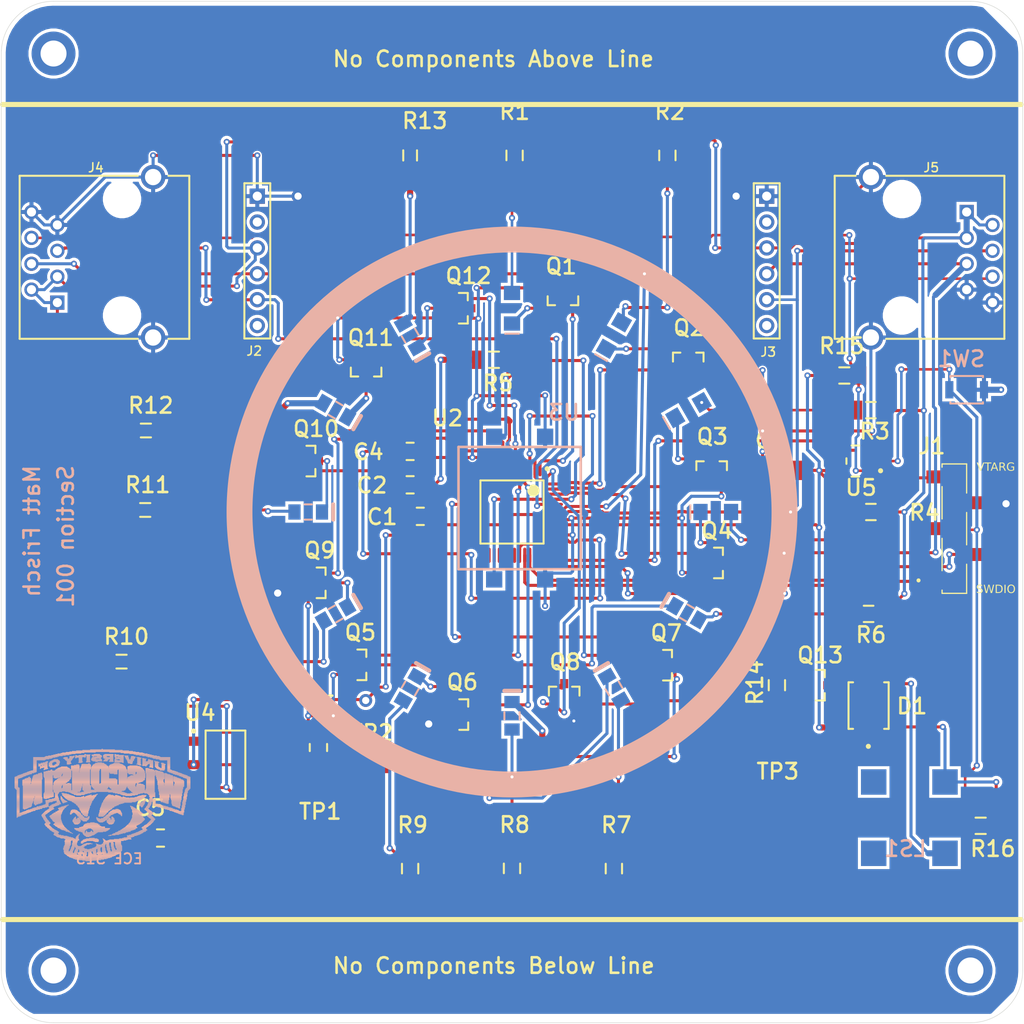
<source format=kicad_pcb>
(kicad_pcb (version 20241229) (generator "pcbnew") (generator_version "9.0")
  (layers (0 "F.Cu" signal "Top Layer") (2 "B.Cu" signal "Bottom Layer") (13 "F.Paste" user "Top Paste") (15 "B.Paste" user "Bottom Paste") (5 "F.SilkS" user "Top Overlay") (7 "B.SilkS" user "Bottom Overlay") (1 "F.Mask" user "Top Solder") (3 "B.Mask" user "Bottom Solder") (25 "Edge.Cuts" user))
  (net 0 "")
  (net 1 "VCCD")
  (net 2 "NetLabel20")
  (net 3 "LED Y4")
  (net 4 "LED Y3")
  (net 5 "LED Y2")
  (net 6 "LED Y1")
  (net 7 "LED R4")
  (net 8 "LED R3")
  (net 9 "LED R1")
  (net 10 "LEDQ Y4")
  (net 11 "LEDQ Y3")
  (net 12 "LEDQ Y2")
  (net 13 "LEDQ Y1")
  (net 14 "LEDQ R4")
  (net 15 "LEDQ R3")
  (net 16 "LEDQ R2")
  (net 17 "LEDQ R1")
  (net 18 "LEDQ G4")
  (net 19 "LEDQ G3")
  (net 20 "LEDQ G2")
  (net 21 "LEDQ G1")
  (net 22 "LED G4")
  (net 23 "LED G3")
  (net 24 "LED G2")
  (net 25 "LED G1")
  (net 26 "EN_Y4")
  (net 27 "EN_Y3")
  (net 28 "EN_Y2")
  (net 29 "EN_Y1")
  (net 30 "EN_R4")
  (net 31 "EN_R3")
  (net 32 "EN_R2")
  (net 33 "EN_R1")
  (net 34 "EN_G4")
  (net 35 "EN_G3")
  (net 36 "EN_G2")
  (net 37 "EN_G1")
  (net 38 "BTN_IN")
  (net 39 "SYS_RST")
  (net 40 "MCU_RST")
  (net 41 "XRES")
  (net 42 "BUZZER")
  (net 43 "BUZZER_Q")
  (net 44 "SWD_DATA")
  (net 45 "SWD_CLK")
  (net 46 "UART1_TX")
  (net 47 "UART1_RX")
  (net 48 "UART0_TX")
  (net 49 "UART0_RX")
  (net 50 "5.0V")
  (net 51 "3.3V")
  (net 52 "GND")
  (footprint "Vault:CAPC3216X180X50ML20T25" (layer "F.Cu") (at 114.00109 137.0036)
    (property "Reference" "C5")
    (property "Value" "1uF" (hide yes))
  )
  (footprint "Vault:RESC3116X65X40ML10T20" (layer "F.Cu") (at 194.5011 135.8036)
    (property "Reference" "R16")
    (property "Value" "RC1206FR-0710KL" (hide yes))
  )
  (footprint "Vault:RESC3216X70X50LL05T20" (layer "F.Cu") (at 112.56558 97.0036)
    (property "Reference" "R12")
    (property "Value" "560R" (hide yes))
  )
  (footprint "Vault:KSTN-5019_V" (layer "F.Cu") (at 174.06416 133.07898)
    (property "Reference" "TP3")
    (property "Value" "5019" (hide yes))
  )
  (footprint "Vault:FP-DBV0005A-MFG" (layer "F.Cu") (at 182.20109 100.0036 180)
    (property "Reference" "U5")
    (property "Value" "SN74AHC1G08DBVR" (hide yes))
  )
  (footprint "Vault:CAPC3216X180X50ML20T25" (layer "F.Cu") (at 138.50109 99.0536 180)
    (property "Reference" "C4")
    (property "Value" "1uF" (hide yes))
  )
  (footprint "Vault:RESC3116X65X40ML10T20" (layer "F.Cu") (at 181.11922 91.6036 180)
    (property "Reference" "R15")
    (property "Value" "RC1206FR-0710KL" (hide yes))
  )
  (footprint "Vault:FP-CRCW1206-e3-IPC_A" (layer "F.Cu") (at 163.75109 70.0036 -90)
    (property "Reference" "R2")
    (property "Value" "330R" (hide yes))
  )
  (footprint "Vault:FP-SOT23-MFG" (layer "F.Cu") (at 178.50109 122.0036)
    (property "Reference" "Q13")
    (property "Value" "2N7002-7-F" (hide yes))
  )
  (footprint "Vault:FP-SOT23-MFG" (layer "F.Cu") (at 129.50109 111.9536)
    (property "Reference" "Q9")
    (property "Value" "2N7002-7-F" (hide yes))
  )
  (footprint "PAPR:MHOLE_2_55MM" (layer "F.Cu") (at 108.50109 65.0036)
    (property "Reference" "MH1" (hide yes))
    (property "Value" "MHOLE_2_55MM" (hide yes))
  )
  (footprint "Vault:FP-SOT23-MFG" (layer "F.Cu") (at 134.18084 91.0036 -90)
    (property "Reference" "Q11")
    (property "Value" "2N7002-7-F" (hide yes))
  )
  (footprint "Vault:RESC3116X65X40ML10T20" (layer "F.Cu") (at 146.72454 90.06131)
    (property "Reference" "R5")
    (property "Value" "10KOhm" (hide yes))
  )
  (footprint "Vault:FP-CRCW1206-e3-IPC_A" (layer "F.Cu") (at 183.72609 105.0036 180)
    (property "Reference" "R4")
    (property "Value" "330R" (hide yes))
  )
  (footprint "Vault:FP-CRCW1206-e3-IPC_A" (layer "F.Cu") (at 148.75402 70.0036 -90)
    (property "Reference" "R1")
    (property "Value" "330R" (hide yes))
  )
  (footprint "Vault:615008138221" (layer "F.Cu") (at 108.50109 80.0036 90)
    (property "Reference" "J4")
    (property "Value" "615008138221" (hide yes))
  )
  (footprint "Vault:DCY0004A_N" (layer "F.Cu") (at 120.37609 129.80361)
    (property "Reference" "U4")
    (property "Value" "TLV1117LV33DCYR" (hide yes))
  )
  (footprint "Vault:FP-SOT23-MFG" (layer "F.Cu") (at 168.09607 100.72478 90)
    (property "Reference" "Q3")
    (property "Value" "2N7002-7-F" (hide yes))
  )
  (footprint "Vault:RESC3216X70X50LL05T20" (layer "F.Cu") (at 110.17609 119.68922)
    (property "Reference" "R10")
    (property "Value" "560R" (hide yes))
  )
  (footprint "PAPR:MHOLE_2_55MM" (layer "F.Cu") (at 188.50109 145.0036)
    (property "Reference" "MH4" (hide yes))
    (property "Value" "MHOLE_2_55MM" (hide yes))
  )
  (footprint "Vault:FP-SOT23-MFG" (layer "F.Cu") (at 153.50109 84.0036 -90)
    (property "Reference" "Q1")
    (property "Value" "2N7002-7-F" (hide yes))
  )
  (footprint "Miscellaneous Connectors:HDR1X6" (layer "F.Cu") (at 173.50109 74.0036 -90)
    (property "Reference" "J3")
    (property "Value" "" (hide yes))
  )
  (footprint "Vault:FP-CRCW1206-e3-IPC_A" (layer "F.Cu") (at 138.50109 140.0036 90)
    (property "Reference" "R9")
    (property "Value" "330R" (hide yes))
  )
  (footprint "Miscellaneous Connectors:HDR1X6" (layer "F.Cu") (at 123.50109 74.0036 -90)
    (property "Reference" "J2")
    (property "Value" "" (hide yes))
  )
  (footprint "Vault:FP-SOT23-MFG" (layer "F.Cu") (at 165.80109 90.06131 90)
    (property "Reference" "Q2")
    (property "Value" "2N7002-7-F" (hide yes))
  )
  (footprint "Vault:FP-SOT23-MFG" (layer "F.Cu") (at 163.50109 120.03922)
    (property "Reference" "Q7")
    (property "Value" "2N7002-7-F" (hide yes))
  )
  (footprint "Vault:CAPC3216X180X50ML20T25" (layer "F.Cu") (at 138.50109 102.33426)
    (property "Reference" "C2")
    (property "Value" "1uF" (hide yes))
  )
  (footprint "Vault:FP-SOT23-MFG" (layer "F.Cu") (at 168.50109 110.0036)
    (property "Reference" "Q4")
    (property "Value" "2N7002-7-F" (hide yes))
  )
  (footprint "PAPR:MHOLE_2_55MM" (layer "F.Cu") (at 188.50109 65.0036)
    (property "Reference" "MH2" (hide yes))
    (property "Value" "MHOLE_2_55MM" (hide yes))
  )
  (footprint "Vault:FP-SOT23-MFG" (layer "F.Cu") (at 128.50109 100.0036)
    (property "Reference" "Q10")
    (property "Value" "2N7002-7-F" (hide yes))
  )
  (footprint "Vault:FP-SOT23-MFG" (layer "F.Cu") (at 153.62254 122.84958 90)
    (property "Reference" "Q8")
    (property "Value" "2N7002-7-F" (hide yes))
  )
  (footprint "Vault:FP-CRCW1206-e3-IPC_A" (layer "F.Cu") (at 158.50109 140.0036 90)
    (property "Reference" "R7")
    (property "Value" "330R" (hide yes))
  )
  (footprint "Vault:RESC3216X70X50LL05T20" (layer "F.Cu") (at 112.50109 104.80359)
    (property "Reference" "R11")
    (property "Value" "560R" (hide yes))
  )
  (footprint "Vault:CAPC3216X180X50ML20T25" (layer "F.Cu") (at 139.50015 105.42918)
    (property "Reference" "C1")
    (property "Value" "1uF" (hide yes))
  )
  (footprint "Vault:CAPC3216X180X50ML20T25" (layer "F.Cu") (at 174.83863 100.91731)
    (property "Reference" "C3")
    (property "Value" "1uF" (hide yes))
  )
  (footprint "Vault:FP-SOT23-MFG" (layer "F.Cu") (at 133.50109 120.0036)
    (property "Reference" "Q5")
    (property "Value" "2N7002-7-F" (hide yes))
  )
  (footprint "Vault:615008138221" (layer "F.Cu") (at 188.50109 80.0036 -90)
    (property "Reference" "J5")
    (property "Value" "615008138221" (hide yes))
  )
  (footprint "Vault:CAPC3216X180X50ML20T25" (layer "F.Cu") (at 129.5011 128.11856 -90)
    (property "Reference" "C6")
    (property "Value" "1uF" (hide yes))
  )
  (footprint "Vault:KSTN-5019_V" (layer "F.Cu") (at 129.41144 137.0036)
    (property "Reference" "TP1")
    (property "Value" "5019" (hide yes))
  )
  (footprint "Vault:FP-SOT23-MFG" (layer "F.Cu") (at 143.45962 85.0036)
    (property "Reference" "Q12")
    (property "Value" "2N7002-7-F" (hide yes))
  )
  (footprint "Vault:KSTN-5019_V" (layer "F.Cu") (at 134.50108 129.61858)
    (property "Reference" "TP2")
    (property "Value" "5019" (hide yes))
  )
  (footprint "Vault:FP-CRCW1206-e3-IPC_A" (layer "F.Cu") (at 183.50109 115.0036 180)
    (property "Reference" "R6")
    (property "Value" "330R" (hide yes))
  )
  (footprint "ECE315:AMPHENOL_10129380-905002BLF" (layer "F.Cu") (at 191.9025 106.63659 90)
    (property "Reference" "J1")
    (property "Value" "10129380-905002BLF" (hide yes))
  )
  (footprint "Vault:RESC3216X70X50LL05T20" (layer "F.Cu") (at 138.50109 70.0036 -90)
    (property "Reference" "R13")
    (property "Value" "560R" (hide yes))
  )
  (footprint "Vault:FP-SOT23-MFG" (layer "F.Cu") (at 143.50109 124.88425)
    (property "Reference" "Q6")
    (property "Value" "2N7002-7-F" (hide yes))
  )
  (footprint "Vault:FP-CRCW1206-e3-IPC_A" (layer "F.Cu") (at 183.72609 95.0036 180)
    (property "Reference" "R3")
    (property "Value" "330R" (hide yes))
  )
  (footprint "PAPR:MHOLE_2_55MM" (layer "F.Cu") (at 108.50109 145.0036)
    (property "Reference" "MH3" (hide yes))
    (property "Value" "MHOLE_2_55MM" (hide yes))
  )
  (footprint "Vault:FP-CRCW1206-e3-IPC_A" (layer "F.Cu") (at 148.50109 139.98316 90)
    (property "Reference" "R8")
    (property "Value" "330R" (hide yes))
  )
  (footprint "Vault:FP-SMB-MFG" (layer "F.Cu") (at 183.50109 124.0036 90)
    (property "Reference" "D1")
    (property "Value" "B340LB-13-F" (hide yes))
  )
  (footprint "Vault:RESC3116X65X40ML10T20" (layer "F.Cu") (at 174.50109 122.0036 90)
    (property "Reference" "R14")
    (property "Value" "RC1206FR-0710KL" (hide yes))
  )
  (footprint "ECE315:TQFP48_7X7" (layer "F.Cu") (at 148.50109 105.0036 -90)
    (property "Reference" "U2")
    (property "Value" "CY8C4045AZI-S413" (hide yes))
  )
  (footprint "Vault:WL-SMCW_1206_150120xx75000" (layer "B.Cu") (at 168.50109 105.0036)
    (property "Reference" "LED_G4" (hide yes))
    (property "Value" "150120GS75000" (hide yes))
  )
  (footprint "Vault:WL-SMCW_1206_150120xx75000" (layer "B.Cu") (at 165.8216 95.0036 29.99999958)
    (property "Reference" "LED_G3" (hide yes))
    (property "Value" "150120GS75000" (hide yes))
  )
  (footprint "Vault:LUMX-SML-LX1206YC-TR_V" (layer "B.Cu") (at 158.50109 122.32411 119.9999996)
    (property "Reference" "LED_Y2" (hide yes))
    (property "Value" "SML-LX1206YC-TR" (hide yes))
  )
  (footprint "Vault:LUMX-SML-LX1206IC_V" (layer "B.Cu") (at 138.50109 87.68309 -60.00000042)
    (property "Reference" "LED_R4" (hide yes))
    (property "Value" "SML-LX1206IC-TR" (hide yes))
  )
  (footprint "Vault:LUMX-SML-LX1206IC_V" (layer "B.Cu") (at 131.18058 115.0036 29.99999958)
    (property "Reference" "LED_R1" (hide yes))
    (property "Value" "SML-LX1206IC-TR" (hide yes))
  )
  (footprint "Vault:LUMX-SML-LX1206YC-TR_V" (layer "B.Cu") (at 148.50109 125.0036 90)
    (property "Reference" "LED_Y3" (hide yes))
    (property "Value" "SML-LX1206YC-TR" (hide yes))
  )
  (footprint "ece353-2022:WalkingBucky" (layer "B.Cu") (at 109.50109 141.0036 180)
    (property "Reference" "U1" (hide yes))
    (property "Value" "Bucky" (hide yes))
  )
  (footprint "Vault:WL-SMCW_1206_150120xx75000" (layer "B.Cu") (at 148.50109 85.0036 90)
    (property "Reference" "LED_G1" (hide yes))
    (property "Value" "150120GS75000" (hide yes))
  )
  (footprint "ECE315:TL3300DF160Q" (layer "B.Cu") (at 149.25109 104.61826 90)
    (property "Reference" "U3")
    (property "Value" "TL3300DF160Q" (hide yes))
  )
  (footprint "Vault:LUMX-SML-LX1206YC-TR_V" (layer "B.Cu") (at 138.50109 122.32411 60.00000042)
    (property "Reference" "LED_Y4" (hide yes))
    (property "Value" "SML-LX1206YC-TR" (hide yes))
  )
  (footprint "Vault:FP-B3U-1000P-MFG" (layer "B.Cu") (at 193.12612 93.0036 180)
    (property "Reference" "SW1")
    (property "Value" "B3U-1000P" (hide yes))
  )
  (footprint "ECE315:CUI_CMT-8540S-SMT" (layer "B.Cu") (at 187.50109 135.0036)
    (property "Reference" "LS1")
    (property "Value" "CMT-8540S-SMT" (hide yes))
  )
  (footprint "Vault:WL-SMCW_1206_150120xx75000" (layer "B.Cu") (at 158.50109 87.68309 60.00000042)
    (property "Reference" "LED_G2" (hide yes))
    (property "Value" "150120GS75000" (hide yes))
  )
  (footprint "Vault:LUMX-SML-LX1206IC_V" (layer "B.Cu") (at 128.50109 105.0036)
    (property "Reference" "LED_R2" (hide yes))
    (property "Value" "SML-LX1206IC-TR" (hide yes))
  )
  (footprint "Vault:LUMX-SML-LX1206YC-TR_V" (layer "B.Cu") (at 165.65879 114.9096 149.9999995)
    (property "Reference" "LED_Y1" (hide yes))
    (property "Value" "SML-LX1206YC-TR" (hide yes))
  )
  (footprint "Vault:LUMX-SML-LX1206IC_V" (layer "B.Cu") (at 131.18058 95.0036 -29.99999958)
    (property "Reference" "LED_R3" (hide yes))
    (property "Value" "SML-LX1206IC-TR" (hide yes))
  )
  (gr_line (start 98.50112 65.00358) (end 198.46205 65.00358) (stroke (width 0.5)) (layer "F.SilkS"))
  (gr_line (start 98.50112 145.00362) (end 198.46205 145.00362) (stroke (width 0.5)) (layer "F.SilkS"))
  (gr_circle (center 148.50109 105.0036) (end 148.50109 78.257) (stroke (width 2.54)) (fill no) (layer "B.SilkS"))
  (gr_line (start 198.62847 150.003603) (end 198.62847 150.0036) (stroke (width 0.05)) (layer "Edge.Cuts"))
  (gr_line (start 193.501909 54.87622) (end 193.50191 54.87622) (stroke (width 0.05)) (layer "Edge.Cuts"))
  (gr_line (start 103.501087 155.13098) (end 103.50109 155.13098) (stroke (width 0.05)) (layer "Edge.Cuts"))
  (gr_line (start 98.37371 150.00441) (end 98.37371 150.004415) (stroke (width 0.05)) (layer "Edge.Cuts"))
  (gr_line (start 98.37371 59.7536) (end 98.37371 150.00441) (stroke (width 0.05)) (layer "Edge.Cuts"))
  (gr_line (start 198.62847 150.0036) (end 198.62847 60.003599) (stroke (width 0.05)) (layer "Edge.Cuts"))
  (gr_line (start 103.50109 155.13098) (end 193.50109 155.13098) (stroke (width 0.05)) (layer "Edge.Cuts"))
  (gr_line (start 98.382253 59.707735) (end 98.38225 59.70774) (stroke (width 0.05)) (layer "Edge.Cuts"))
  (gr_line (start 193.50109 54.87622) (end 103.50109 54.87622) (stroke (width 0.05)) (layer "Edge.Cuts"))
  (gr_line (start 193.50191 54.87622) (end 193.50109 54.87622) (stroke (width 0.05)) (layer "Edge.Cuts"))
  (gr_arc (start 103.501087 155.13098) (mid 99.875791 153.629479) (end 98.37371 150.004415) (stroke (width 0.05)) (layer "Edge.Cuts"))
  (gr_arc (start 98.382253 59.707735) (mid 99.981337 56.27511) (end 103.500275 54.87622) (stroke (width 0.05)) (layer "Edge.Cuts"))
  (gr_arc (start 198.62847 150.003603) (mid 197.126685 153.629179) (end 193.50109 155.13098) (stroke (width 0.05)) (layer "Edge.Cuts"))
  (gr_arc (start 193.501909 54.87622) (mid 197.127003 56.378271) (end 198.62847 60.003599) (stroke (width 0.05)) (layer "Edge.Cuts"))
  (gr_line (start 98.38225 59.70774) (end 98.37371 59.7536) (stroke (width 0.05)) (layer "Edge.Cuts"))
  (gr_line (start 103.50109 54.87622) (end 103.500275 54.87622) (stroke (width 0.05)) (layer "Edge.Cuts"))
  (gr_text "SWDIO" (at 195.992465 113.091737 360) (layer "F.SilkS") (effects (font (size 0.8001 0.8001) (thickness 0.1524)) (justify bottom)))
  (gr_text "VTARG" (at 195.99312 101.091737 360) (layer "F.SilkS") (effects (font (size 0.8001 0.8001) (thickness 0.1524)) (justify bottom)))
  (gr_text "No Components Above Line" (at 130.75509 61.42845 0) (layer "F.SilkS") (effects (font (size 1.524 1.524) (thickness 0.254)) (justify left bottom)))
  (gr_text "No Components Below Line" (at 130.75509 150.42845 0) (layer "F.SilkS") (effects (font (size 1.524 1.524) (thickness 0.254)) (justify left bottom)))
  (gr_text "Matt Frisch" (at 102.26875 100.2576 90) (layer "B.SilkS") (effects (font (size 1.524 1.524) (thickness 0.254)) (justify left bottom mirror)))
  (gr_text "Section 001" (at 105.59268 100.2576 90) (layer "B.SilkS") (effects (font (size 1.524 1.524) (thickness 0.254)) (justify left bottom mirror)))
  (segment (start 152.75261 107.7521) (end 153.94607 107.7521) (width 0.2921) (layer "F.Cu") (net 1))
  (segment (start 144.30057 109.09889) (end 144.41991 109.21824) (width 0.3) (layer "F.Cu") (net 1))
  (segment (start 133.92427 99.27158) (end 134.14225 99.0536) (width 0.2921) (layer "F.Cu") (net 1))
  (segment (start 134.14225 99.0536) (end 137.00112 99.0536) (width 0.2921) (layer "F.Cu") (net 1))
  (segment (start 144.50109 113.46936) (end 157.15109 113.46936) (width 0.2921) (layer "F.Cu") (net 1))
  (segment (start 133.84095 99.27158) (end 133.92427 99.27158) (width 0.2921) (layer "F.Cu") (net 1))
  (segment (start 133.89665 109.09889) (end 144.30057 109.09889) (width 0.3) (layer "F.Cu") (net 1))
  (segment (start 154.6951 107.96592) (end 154.90893 107.7521) (width 0.2921) (layer "F.Cu") (net 1))
  (segment (start 152.7511 107.7536) (end 152.75261 107.7521) (width 0.2921) (layer "F.Cu") (net 1))
  (segment (start 157.0593 107.7521) (end 157.08162 107.72978) (width 0.2921) (layer "F.Cu") (net 1))
  (segment (start 153.94607 107.7521) (end 154.15989 107.96592) (width 0.2921) (layer "F.Cu") (net 1))
  (segment (start 154.15989 107.96592) (end 154.6951 107.96592) (width 0.2921) (layer "F.Cu") (net 1))
  (segment (start 154.90893 107.7521) (end 157.0593 107.7521) (width 0.2921) (layer "F.Cu") (net 1))
  (segment (start 144.41991 109.21824) (end 144.50109 109.21824) (width 0.3) (layer "F.Cu") (net 1))
  (via (at 157.15109 113.46936) (size 0.6) (drill 0.3) (layers "F.Cu" "B.Cu") (net 1))
  (via (at 133.89665 109.09889) (size 0.6) (drill 0.3) (layers "F.Cu" "B.Cu") (net 1))
  (via (at 157.08162 107.72978) (size 0.6) (drill 0.3) (layers "F.Cu" "B.Cu") (net 1))
  (via (at 133.84095 99.27158) (size 0.6) (drill 0.3) (layers "F.Cu" "B.Cu") (net 1))
  (via (at 144.50109 109.21824) (size 0.6) (drill 0.3) (layers "F.Cu" "B.Cu") (net 1))
  (via (at 144.50109 113.46936) (size 0.6) (drill 0.3) (layers "F.Cu" "B.Cu") (net 1))
  (segment (start 157.11635 113.43463) (end 157.15109 113.46936) (width 0.2921) (layer "B.Cu") (net 1))
  (segment (start 133.84095 99.27158) (end 133.8688 99.29943) (width 0.3) (layer "B.Cu") (net 1))
  (segment (start 157.08162 107.72978) (end 157.11635 107.76451) (width 0.2921) (layer "B.Cu") (net 1))
  (segment (start 157.11635 113.43463) (end 157.11635 107.76451) (width 0.2921) (layer "B.Cu") (net 1))
  (segment (start 133.8688 109.07104) (end 133.89665 109.09889) (width 0.3) (layer "B.Cu") (net 1))
  (segment (start 133.8688 109.07104) (end 133.8688 99.29943) (width 0.3) (layer "B.Cu") (net 1))
  (segment (start 144.50109 113.46936) (end 144.50109 109.21824) (width 0.2921) (layer "B.Cu") (net 1))
  (segment (start 124.4678 104.92731) (end 124.55111 104.92731) (width 0.2921) (layer "F.Cu") (net 2))
  (segment (start 124.34408 104.8036) (end 124.4678 104.92731) (width 0.2921) (layer "F.Cu") (net 2))
  (segment (start 113.8261 104.8036) (end 124.34408 104.8036) (width 0.2921) (layer "F.Cu") (net 2))
  (via (at 124.55111 104.92731) (size 0.6) (drill 0.3) (layers "F.Cu" "B.Cu") (net 2))
  (segment (start 124.55111 104.92731) (end 127.07481 104.92731) (width 0.2921) (layer "B.Cu") (net 2))
  (segment (start 127.07481 104.92731) (end 127.1511 105.0036) (width 0.2921) (layer "B.Cu") (net 2))
  (segment (start 136.50109 138.0036) (end 136.58227 138.0036) (width 0.3) (layer "F.Cu") (net 3))
  (segment (start 137.05617 138.4775) (end 138.50109 138.4775) (width 0.3) (layer "F.Cu") (net 3))
  (segment (start 136.58227 138.0036) (end 137.05617 138.4775) (width 0.3) (layer "F.Cu") (net 3))
  (via (at 136.50109 138.0036) (size 0.6) (drill 0.3) (layers "F.Cu" "B.Cu") (net 3))
  (segment (start 137.82611 123.49327) (end 137.92329 123.59045) (width 0.6) (layer "B.Cu") (net 3))
  (segment (start 136.50109 138.0036) (end 136.50109 125.30125) (width 0.3) (layer "B.Cu") (net 3))
  (segment (start 136.50109 125.30125) (end 137.92329 123.87906) (width 0.3) (layer "B.Cu") (net 3))
  (segment (start 137.92329 123.87906) (end 137.92329 123.59045) (width 0.3) (layer "B.Cu") (net 3))
  (segment (start 148.50112 138.45707) (end 148.50112 131.0036) (width 0.2921) (layer "F.Cu") (net 4))
  (via (at 148.50112 131.0036) (size 0.6) (drill 0.3) (layers "F.Cu" "B.Cu") (net 4))
  (segment (start 148.50107 126.35362) (end 148.50112 131.0036) (width 0.2921) (layer "B.Cu") (net 4))
  (segment (start 158.5011 138.4775) (end 158.95108 138.02751) (width 0.6) (layer "F.Cu") (net 5))
  (segment (start 158.95108 138.02751) (end 158.95108 131.0036) (width 0.3) (layer "F.Cu") (net 5))
  (via (at 158.95108 131.0036) (size 0.6) (drill 0.3) (layers "F.Cu" "B.Cu") (net 5))
  (segment (start 158.95108 131.015) (end 158.95108 123.71822) (width 0.3) (layer "B.Cu") (net 5))
  (segment (start 158.95108 123.71822) (end 159.17608 123.49322) (width 0.3) (layer "B.Cu") (net 5))
  (segment (start 168.53668 115.00358) (end 181.97502 115.00358) (width 0.3) (layer "F.Cu") (net 6))
  (segment (start 168.53666 115.0036) (end 168.53668 115.00358) (width 0.3) (layer "F.Cu") (net 6))
  (via (at 168.53666 115.0036) (size 0.6) (drill 0.3) (layers "F.Cu" "B.Cu") (net 6))
  (segment (start 168.45548 115.0036) (end 168.53666 115.0036) (width 0.3) (layer "B.Cu") (net 6))
  (segment (start 167.11532 115.29719) (end 168.16189 115.29719) (width 0.3) (layer "B.Cu") (net 6))
  (segment (start 166.82793 115.58458) (end 167.11532 115.29719) (width 0.3) (layer "B.Cu") (net 6))
  (segment (start 168.16189 115.29719) (end 168.45548 115.0036) (width 0.3) (layer "B.Cu") (net 6))
  (segment (start 138.50109 74.00361) (end 138.50109 71.32858) (width 0.6) (layer "F.Cu") (net 7))
  (via (at 138.50109 74.00361) (size 0.6) (drill 0.3) (layers "F.Cu" "B.Cu") (net 7))
  (segment (start 137.82611 86.51397) (end 138.50109 85.83899) (width 0.6) (layer "B.Cu") (net 7))
  (segment (start 138.50109 85.83899) (end 138.50109 74.00361) (width 0.3) (layer "B.Cu") (net 7))
  (segment (start 113.89057 97.00361) (end 123.81338 97.00361) (width 0.3) (layer "F.Cu") (net 8))
  (segment (start 123.81338 97.00361) (end 126.48841 94.32859) (width 0.6) (layer "F.Cu") (net 8))
  (via (at 126.48841 94.32859) (size 0.6) (drill 0.3) (layers "F.Cu" "B.Cu") (net 8))
  (segment (start 126.48841 94.32859) (end 130.01144 94.32859) (width 0.6) (layer "B.Cu") (net 8))
  (segment (start 111.46131 119.68922) (end 130.01144 119.68922) (width 0.3) (layer "F.Cu") (net 9))
  (via (at 130.01144 119.68922) (size 0.6) (drill 0.3) (layers "F.Cu" "B.Cu") (net 9))
  (segment (start 130.01144 119.68922) (end 130.01144 115.67861) (width 0.3) (layer "B.Cu") (net 9))
  (segment (start 153.37045 122.1393) (end 153.62252 121.88723) (width 0.6) (layer "F.Cu") (net 10))
  (segment (start 153.62252 121.88723) (end 153.62252 121.84959) (width 0.6) (layer "F.Cu") (net 10))
  (segment (start 140.32552 122.1393) (end 140.50109 122.1393) (width 0.3) (layer "F.Cu") (net 10))
  (segment (start 140.50109 122.1393) (end 153.37045 122.1393) (width 0.3) (layer "F.Cu") (net 10))
  (via (at 140.50109 122.1393) (size 0.6) (drill 0.3) (layers "F.Cu" "B.Cu") (net 10))
  (segment (start 139.17612 121.15495) (end 139.43556 121.15495) (width 0.3) (layer "B.Cu") (net 10))
  (segment (start 140.41991 122.1393) (end 140.50109 122.1393) (width 0.3) (layer "B.Cu") (net 10))
  (segment (start 139.43556 121.15495) (end 140.41991 122.1393) (width 0.3) (layer "B.Cu") (net 10))
  (segment (start 164.68483 121.4036) (end 164.68483 121.32242) (width 0.3) (layer "F.Cu") (net 11))
  (segment (start 164.50109 121.13868) (end 164.68483 121.32242) (width 0.3) (layer "F.Cu") (net 11))
  (segment (start 151.47373 128.1908) (end 151.47373 126.47625) (width 0.6) (layer "F.Cu") (net 11))
  (segment (start 152.28653 129.0036) (end 164.41274 129.0036) (width 0.3) (layer "F.Cu") (net 11))
  (segment (start 151.47373 128.1908) (end 152.28653 129.0036) (width 0.6) (layer "F.Cu") (net 11))
  (segment (start 164.50109 121.13868) (end 164.50109 120.03923) (width 0.3) (layer "F.Cu") (net 11))
  (via (at 151.47373 126.47625) (size 0.6) (drill 0.3) (layers "F.Cu" "B.Cu") (net 11))
  (via (at 164.68483 121.4036) (size 0.6) (drill 0.3) (layers "F.Cu" "B.Cu") (net 11))
  (via (at 164.41274 129.0036) (size 0.6) (drill 0.3) (layers "F.Cu" "B.Cu") (net 11))
  (segment (start 164.41274 121.72933) (end 164.68483 121.45725) (width 0.3) (layer "B.Cu") (net 11))
  (segment (start 164.68483 121.45725) (end 164.68483 121.4036) (width 0.3) (layer "B.Cu") (net 11))
  (segment (start 148.50107 123.6536) (end 148.65108 123.6536) (width 0.6) (layer "B.Cu") (net 11))
  (segment (start 148.65108 123.6536) (end 151.47373 126.47625) (width 0.6) (layer "B.Cu") (net 11))
  (segment (start 164.41274 129.0036) (end 164.41274 121.72933) (width 0.3) (layer "B.Cu") (net 11))
  (segment (start 146.29213 133.07898) (end 146.29213 126.04318) (width 0.3) (layer "F.Cu") (net 12))
  (segment (start 144.50107 124.88423) (end 145.13318 124.88423) (width 0.6) (layer "F.Cu") (net 12))
  (segment (start 145.13318 124.88423) (end 146.29213 126.04318) (width 0.6) (layer "F.Cu") (net 12))
  (via (at 146.29213 133.07898) (size 0.6) (drill 0.3) (layers "F.Cu" "B.Cu") (net 12))
  (segment (start 151.47373 133.07898) (end 157.82612 126.72659) (width 0.3) (layer "B.Cu") (net 12))
  (segment (start 146.29213 133.07898) (end 151.47373 133.07898) (width 0.3) (layer "B.Cu") (net 12))
  (segment (start 157.82612 126.72659) (end 157.82612 121.15495) (width 0.3) (layer "B.Cu") (net 12))
  (segment (start 134.50109 120.00362) (end 156.13493 120.00362) (width 0.3) (layer "F.Cu") (net 13))
  (segment (start 156.13493 120.00362) (end 156.2717 119.86684) (width 0.3) (layer "F.Cu") (net 13))
  (segment (start 156.2717 119.86684) (end 156.35288 119.86684) (width 0.3) (layer "F.Cu") (net 13))
  (via (at 156.35288 119.86684) (size 0.6) (drill 0.3) (layers "F.Cu" "B.Cu") (net 13))
  (segment (start 156.52862 114.23462) (end 164.48966 114.23462) (width 0.3) (layer "B.Cu") (net 13))
  (segment (start 156.35288 114.41036) (end 156.52862 114.23462) (width 0.3) (layer "B.Cu") (net 13))
  (segment (start 156.35288 119.86684) (end 156.35288 114.41036) (width 0.3) (layer "B.Cu") (net 13))
  (segment (start 140.18227 85.00359) (end 144.45962 85.00359) (width 0.3) (layer "F.Cu") (net 14))
  (via (at 140.18227 85.00359) (size 0.6) (drill 0.3) (layers "F.Cu" "B.Cu") (net 14))
  (segment (start 139.17612 88.85225) (end 140.18227 87.8461) (width 0.3) (layer "B.Cu") (net 14))
  (segment (start 140.18227 87.8461) (end 140.18227 85.00359) (width 0.3) (layer "B.Cu") (net 14))
  (segment (start 139.17612 88.85225) (end 139.17612 88.85225) (width 0.3) (layer "B.Cu") (net 14))
  (segment (start 134.18085 93.84746) (end 134.18085 92.00362) (width 0.3) (layer "F.Cu") (net 15))
  (via (at 134.18085 93.84746) (size 0.6) (drill 0.3) (layers "F.Cu" "B.Cu") (net 15))
  (segment (start 132.34971 95.6786) (end 134.18085 93.84746) (width 0.6) (layer "B.Cu") (net 15))
  (segment (start 129.5011 100.00361) (end 129.50111 100.0036) (width 0.25) (layer "F.Cu") (net 16))
  (segment (start 129.50111 100.0036) (end 130.35131 100.0036) (width 0.25) (layer "F.Cu") (net 16))
  (via (at 130.35131 100.0036) (size 0.6) (drill 0.3) (layers "F.Cu" "B.Cu") (net 16))
  (segment (start 130.32607 100.02885) (end 130.35131 100.0036) (width 0.25) (layer "B.Cu") (net 16))
  (segment (start 130.32607 104.5286) (end 130.32607 100.02885) (width 0.25) (layer "B.Cu") (net 16))
  (segment (start 129.85107 105.0036) (end 130.32607 104.5286) (width 0.25) (layer "B.Cu") (net 16))
  (segment (start 130.5011 111.9536) (end 132.34971 111.9536) (width 0.3) (layer "F.Cu") (net 17))
  (via (at 132.34971 111.9536) (size 0.6) (drill 0.3) (layers "F.Cu" "B.Cu") (net 17))
  (segment (start 132.34971 114.3286) (end 132.34971 111.9536) (width 0.3) (layer "B.Cu") (net 17))
  (segment (start 167.00111 108.00918) (end 168.54253 108.00918) (width 0.3) (layer "F.Cu") (net 18))
  (segment (start 168.54253 108.00918) (end 169.50108 108.96772) (width 0.3) (layer "F.Cu") (net 18))
  (segment (start 169.50108 110.00359) (end 169.50108 108.96772) (width 0.6) (layer "F.Cu") (net 18))
  (via (at 167.00111 108.00918) (size 0.6) (drill 0.3) (layers "F.Cu" "B.Cu") (net 18))
  (segment (start 167.00111 108.00918) (end 167.00111 105.0036) (width 0.3) (layer "B.Cu") (net 18))
  (segment (start 168.03126 99.78955) (end 168.09605 99.72477) (width 0.3) (layer "F.Cu") (net 19))
  (segment (start 164.80418 99.78955) (end 168.03126 99.78955) (width 0.3) (layer "F.Cu") (net 19))
  (via (at 164.80418 99.78955) (size 0.6) (drill 0.3) (layers "F.Cu" "B.Cu") (net 19))
  (segment (start 164.74677 99.73215) (end 164.80418 99.78955) (width 0.3) (layer "B.Cu") (net 19))
  (segment (start 164.52257 95.75358) (end 164.74677 95.97778) (width 0.3) (layer "B.Cu") (net 19))
  (segment (start 164.74677 99.73215) (end 164.74677 95.97778) (width 0.3) (layer "B.Cu") (net 19))
  (segment (start 165.72196 88.98214) (end 165.80111 89.06129) (width 0.2921) (layer "F.Cu") (net 20))
  (segment (start 159.70374 88.98214) (end 165.72196 88.98214) (width 0.2921) (layer "F.Cu") (net 20))
  (via (at 159.70374 88.98214) (size 0.6) (drill 0.3) (layers "F.Cu" "B.Cu") (net 20))
  (segment (start 157.77609 89.00714) (end 159.67874 89.00714) (width 0.2921) (layer "B.Cu") (net 20))
  (segment (start 159.67874 89.00714) (end 159.70374 88.98214) (width 0.2921) (layer "B.Cu") (net 20))
  (segment (start 157.75109 88.98214) (end 157.77609 89.00714) (width 0.2921) (layer "B.Cu") (net 20))
  (segment (start 150.00114 85.00359) (end 153.50111 85.00359) (width 0.3) (layer "F.Cu") (net 21))
  (via (at 150.00114 85.00359) (size 0.6) (drill 0.3) (layers "F.Cu" "B.Cu") (net 21))
  (segment (start 148.50112 86.50361) (end 150.00114 85.00359) (width 0.3) (layer "B.Cu") (net 21))
  (segment (start 182.20001 106.53598) (end 182.20001 105.0036) (width 0.6) (layer "F.Cu") (net 22))
  (segment (start 170.98093 107.72978) (end 181.00621 107.72978) (width 0.3) (layer "F.Cu") (net 22))
  (segment (start 181.00621 107.72978) (end 182.20001 106.53598) (width 0.6) (layer "F.Cu") (net 22))
  (via (at 170.98093 107.72978) (size 0.6) (drill 0.3) (layers "F.Cu" "B.Cu") (net 22))
  (segment (start 170.0011 106.74995) (end 170.98093 107.72978) (width 0.3) (layer "B.Cu") (net 22))
  (segment (start 170.0011 106.74995) (end 170.0011 105.0036) (width 0.3) (layer "B.Cu") (net 22))
  (segment (start 167.12064 94.25361) (end 167.87065 95.00362) (width 0.25) (layer "F.Cu") (net 23))
  (segment (start 167.87065 95.00362) (end 182.20001 95.00362) (width 0.25) (layer "F.Cu") (net 23))
  (via (at 167.12064 94.25361) (size 0.6) (drill 0.3) (layers "F.Cu" "B.Cu") (net 23))
  (segment (start 167.12064 94.25361) (end 167.12064 93.98838) (width 0.6) (layer "B.Cu") (net 23))
  (segment (start 159.63791 84.80832) (end 159.71909 84.80832) (width 0.3) (layer "F.Cu") (net 24))
  (segment (start 159.71909 84.80832) (end 159.84385 84.93308) (width 0.3) (layer "F.Cu") (net 24))
  (segment (start 163.75107 73.73876) (end 163.75107 71.5297) (width 0.3) (layer "F.Cu") (net 24))
  (segment (start 159.84385 84.93308) (end 163.75107 84.93308) (width 0.3) (layer "F.Cu") (net 24))
  (via (at 163.75107 84.93308) (size 0.6) (drill 0.3) (layers "F.Cu" "B.Cu") (net 24))
  (via (at 159.63791 84.80832) (size 0.6) (drill 0.3) (layers "F.Cu" "B.Cu") (net 24))
  (via (at 163.75107 73.73876) (size 0.6) (drill 0.3) (layers "F.Cu" "B.Cu") (net 24))
  (segment (start 159.4318 86.20334) (end 159.4318 85.09561) (width 0.3) (layer "B.Cu") (net 24))
  (segment (start 163.75107 84.93308) (end 163.75107 73.73876) (width 0.3) (layer "B.Cu") (net 24))
  (segment (start 159.63791 84.8895) (end 159.63791 84.80832) (width 0.3) (layer "B.Cu") (net 24))
  (segment (start 159.4318 85.09561) (end 159.63791 84.8895) (width 0.3) (layer "B.Cu") (net 24))
  (segment (start 159.25111 86.38403) (end 159.4318 86.20334) (width 0.3) (layer "B.Cu") (net 24))
  (segment (start 148.50112 76.13833) (end 148.50112 71.78263) (width 0.25) (layer "F.Cu") (net 25))
  (segment (start 148.50112 71.78263) (end 148.754 71.5297) (width 0.25) (layer "F.Cu") (net 25))
  (via (at 148.50112 76.13833) (size 0.6) (drill 0.3) (layers "F.Cu" "B.Cu") (net 25))
  (segment (start 148.50112 83.50362) (end 148.50112 76.13833) (width 0.25) (layer "B.Cu") (net 25))
  (segment (start 151.5511 123.6536) (end 151.63442 123.6536) (width 0.2921) (layer "F.Cu") (net 26))
  (segment (start 150.75261 101.55667) (end 150.75261 100.75513) (width 0.2921) (layer "F.Cu") (net 26))
  (segment (start 153.56361 124.60444) (end 153.62252 124.66335) (width 0.2921) (layer "F.Cu") (net 26))
  (segment (start 151.8304 123.84958) (end 152.67256 123.84958) (width 0.2921) (layer "F.Cu") (net 26))
  (segment (start 152.67256 123.89958) (end 152.67256 123.84958) (width 0.2921) (layer "F.Cu") (net 26))
  (segment (start 150.7511 100.75362) (end 150.75261 100.75513) (width 0.2921) (layer "F.Cu") (net 26))
  (segment (start 151.66726 101.84967) (end 152.51333 101.0036) (width 0.2921) (layer "F.Cu") (net 26))
  (segment (start 151.04561 101.84967) (end 151.66726 101.84967) (width 0.2921) (layer "F.Cu") (net 26))
  (segment (start 150.75261 101.55667) (end 151.04561 101.84967) (width 0.2921) (layer "F.Cu") (net 26))
  (segment (start 150.7511 100.75362) (end 150.75262 100.75209) (width 0.2921) (layer "F.Cu") (net 26))
  (segment (start 152.67256 123.89958) (end 153.37742 124.60444) (width 0.2921) (layer "F.Cu") (net 26))
  (segment (start 150.75262 100.75209) (end 150.75262 99.95057) (width 0.2921) (layer "F.Cu") (net 26))
  (segment (start 151.63442 123.6536) (end 151.8304 123.84958) (width 0.2921) (layer "F.Cu") (net 26))
  (segment (start 153.37742 124.60444) (end 153.56361 124.60444) (width 0.2921) (layer "F.Cu") (net 26))
  (via (at 153.62252 124.66335) (size 0.6) (drill 0.3) (layers "F.Cu" "B.Cu") (net 26))
  (via (at 151.5511 123.6536) (size 0.6) (drill 0.3) (layers "F.Cu" "B.Cu") (net 26))
  (via (at 152.51333 101.0036) (size 0.6) (drill 0.3) (layers "F.Cu" "B.Cu") (net 26))
  (segment (start 152.51333 102.87696) (end 155.036 105.39963) (width 0.2921) (layer "B.Cu") (net 26))
  (segment (start 152.51333 102.87696) (end 152.51333 101.0036) (width 0.2921) (layer "B.Cu") (net 26))
  (segment (start 155.10088 114.42002) (end 155.10088 105.73836) (width 0.2921) (layer "B.Cu") (net 26))
  (segment (start 155.036 105.67348) (end 155.036 105.39963) (width 0.2921) (layer "B.Cu") (net 26))
  (segment (start 155.036 105.67348) (end 155.10088 105.73836) (width 0.2921) (layer "B.Cu") (net 26))
  (segment (start 153.62252 124.66335) (end 153.62252 115.89838) (width 0.2921) (layer "B.Cu") (net 26))
  (segment (start 153.62252 115.89838) (end 155.10088 114.42002) (width 0.2921) (layer "B.Cu") (net 26))
  (segment (start 150.2511 100.75209) (end 150.2511 99.28743) (width 0.3) (layer "F.Cu") (net 27))
  (segment (start 150.23525 99.27158) (end 150.2511 99.28743) (width 0.3) (layer "F.Cu") (net 27))
  (segment (start 162.48328 119.07141) (end 162.50109 119.08922) (width 0.3) (layer "F.Cu") (net 27))
  (segment (start 155.56271 119.05361) (end 155.58051 119.07141) (width 0.3) (layer "F.Cu") (net 27))
  (segment (start 155.58051 119.07141) (end 162.48328 119.07141) (width 0.3) (layer "F.Cu") (net 27))
  (segment (start 150.23525 95.58457) (end 156.39916 95.58457) (width 0.3) (layer "F.Cu") (net 27))
  (via (at 150.23525 95.58457) (size 0.6) (drill 0.3) (layers "F.Cu" "B.Cu") (net 27))
  (via (at 155.56271 119.05361) (size 0.6) (drill 0.3) (layers "F.Cu" "B.Cu") (net 27))
  (via (at 150.23525 99.27158) (size 0.6) (drill 0.3) (layers "F.Cu" "B.Cu") (net 27))
  (via (at 156.39916 95.58457) (size 0.6) (drill 0.3) (layers "F.Cu" "B.Cu") (net 27))
  (segment (start 155.5011 102.18953) (end 156.39916 101.29148) (width 0.3) (layer "B.Cu") (net 27))
  (segment (start 155.5011 104.95109) (end 155.57535 105.02533) (width 0.3) (layer "B.Cu") (net 27))
  (segment (start 155.68205 105.28053) (end 155.68205 105.13203) (width 0.6) (layer "B.Cu") (net 27))
  (segment (start 155.59693 105.36566) (end 155.68205 105.28053) (width 0.3) (layer "B.Cu") (net 27))
  (segment (start 156.39916 101.29148) (end 156.39916 95.58457) (width 0.3) (layer "B.Cu") (net 27))
  (segment (start 155.56271 119.05361) (end 155.59693 119.01939) (width 0.3) (layer "B.Cu") (net 27))
  (segment (start 150.23525 99.27158) (end 150.23525 95.58457) (width 0.3) (layer "B.Cu") (net 27))
  (segment (start 155.59693 119.01939) (end 155.59693 105.36566) (width 0.3) (layer "B.Cu") (net 27))
  (segment (start 155.57535 105.02533) (end 155.68205 105.13203) (width 0.6) (layer "B.Cu") (net 27))
  (segment (start 155.5011 104.95109) (end 155.5011 102.18953) (width 0.3) (layer "B.Cu") (net 27))
  (segment (start 149.7511 102.19898) (end 150.04681 102.49469) (width 0.3) (layer "F.Cu") (net 28))
  (segment (start 149.7511 102.19898) (end 149.7511 100.75362) (width 0.3) (layer "F.Cu") (net 28))
  (segment (start 142.50108 123.93427) (end 150.06891 123.93427) (width 0.3) (layer "F.Cu") (net 28))
  (via (at 150.06891 123.93427) (size 0.6) (drill 0.3) (layers "F.Cu" "B.Cu") (net 28))
  (via (at 150.06891 102.6001) (size 0.6) (drill 0.3) (layers "F.Cu" "B.Cu") (net 28))
  (segment (start 150.06891 123.93427) (end 150.06891 102.6001) (width 0.3) (layer "B.Cu") (net 28))
  (segment (start 149.10112 102.99624) (end 149.10112 102.91506) (width 0.3) (layer "F.Cu") (net 29))
  (segment (start 132.5011 119.05361) (end 149.10112 119.05361) (width 0.3) (layer "F.Cu") (net 29))
  (segment (start 149.25108 102.7651) (end 149.25108 100.75362) (width 0.3) (layer "F.Cu") (net 29))
  (segment (start 149.10112 102.91506) (end 149.25108 102.7651) (width 0.3) (layer "F.Cu") (net 29))
  (via (at 149.10112 102.99624) (size 0.6) (drill 0.3) (layers "F.Cu" "B.Cu") (net 29))
  (via (at 149.10112 119.05361) (size 0.6) (drill 0.3) (layers "F.Cu" "B.Cu") (net 29))
  (segment (start 149.10112 119.05361) (end 149.10112 102.99624) (width 0.3) (layer "B.Cu") (net 29))
  (segment (start 142.45963 84.05358) (end 146.30478 84.05358) (width 0.3) (layer "F.Cu") (net 30))
  (segment (start 148.7511 100.75362) (end 148.7511 99.20815) (width 0.3) (layer "F.Cu") (net 30))
  (segment (start 146.30478 94.54967) (end 148.72128 94.54967) (width 0.3) (layer "F.Cu") (net 30))
  (segment (start 148.7511 99.20815) (end 148.83708 99.12217) (width 0.3) (layer "F.Cu") (net 30))
  (segment (start 148.83708 99.12217) (end 148.83708 98.30814) (width 0.3) (layer "F.Cu") (net 30))
  (via (at 148.83708 98.30814) (size 0.6) (drill 0.3) (layers "F.Cu" "B.Cu") (net 30))
  (via (at 146.30478 94.54967) (size 0.6) (drill 0.3) (layers "F.Cu" "B.Cu") (net 30))
  (via (at 146.30478 84.05358) (size 0.6) (drill 0.3) (layers "F.Cu" "B.Cu") (net 30))
  (via (at 148.72128 94.54967) (size 0.6) (drill 0.3) (layers "F.Cu" "B.Cu") (net 30))
  (segment (start 148.83708 98.30814) (end 148.83708 97.50903) (width 0.3) (layer "B.Cu") (net 30))
  (segment (start 148.73619 97.40814) (end 148.83708 97.50903) (width 0.3) (layer "B.Cu") (net 30))
  (segment (start 148.73619 97.40814) (end 148.73619 94.56458) (width 0.3) (layer "B.Cu") (net 30))
  (segment (start 148.72128 94.54967) (end 148.73619 94.56458) (width 0.3) (layer "B.Cu") (net 30))
  (segment (start 146.30478 94.54967) (end 146.30478 84.05358) (width 0.3) (layer "B.Cu") (net 30))
  (segment (start 135.13086 95.89734) (end 135.13086 90.00358) (width 0.3) (layer "F.Cu") (net 31))
  (segment (start 148.07252 95.89734) (end 148.25108 96.0759) (width 0.6) (layer "F.Cu") (net 31))
  (segment (start 148.10111 98.43942) (end 148.10111 98.08017) (width 0.3) (layer "F.Cu") (net 31))
  (segment (start 148.10111 98.08017) (end 148.25108 97.9302) (width 0.3) (layer "F.Cu") (net 31))
  (segment (start 148.25111 100.75362) (end 148.25111 98.64141) (width 0.3) (layer "F.Cu") (net 31))
  (segment (start 148.25108 98.64138) (end 148.25108 98.58939) (width 0.3) (layer "F.Cu") (net 31))
  (segment (start 148.25108 98.64138) (end 148.25111 98.64141) (width 0.3) (layer "F.Cu") (net 31))
  (segment (start 148.25108 97.9302) (end 148.25108 96.0759) (width 0.3) (layer "F.Cu") (net 31))
  (segment (start 148.10111 98.43942) (end 148.25108 98.58939) (width 0.3) (layer "F.Cu") (net 31))
  (segment (start 135.13086 95.89734) (end 148.07252 95.89734) (width 0.3) (layer "F.Cu") (net 31))
  (segment (start 147.60111 98.64652) (end 147.75111 98.79652) (width 0.3) (layer "F.Cu") (net 32))
  (segment (start 146.46827 97.03792) (end 147.60111 98.17076) (width 0.3) (layer "F.Cu") (net 32))
  (segment (start 147.60111 98.64652) (end 147.60111 98.17076) (width 0.3) (layer "F.Cu") (net 32))
  (segment (start 127.67685 97.03792) (end 146.46827 97.03792) (width 0.3) (layer "F.Cu") (net 32))
  (segment (start 127.50111 99.0536) (end 127.50111 97.21366) (width 0.3) (layer "F.Cu") (net 32))
  (segment (start 127.50111 97.21366) (end 127.67685 97.03792) (width 0.3) (layer "F.Cu") (net 32))
  (segment (start 147.75111 100.75362) (end 147.75111 98.79652) (width 0.3) (layer "F.Cu") (net 32))
  (segment (start 131.05163 97.85795) (end 136.00734 97.85795) (width 0.2921) (layer "F.Cu") (net 33))
  (segment (start 128.50111 111.00359) (end 128.50111 111.00359) (width 0.2921) (layer "F.Cu") (net 33))
  (segment (start 131.42214 111.00359) (end 131.42215 111.0036) (width 0.2921) (layer "F.Cu") (net 33))
  (segment (start 141.95049 97.75754) (end 143.19655 99.0036) (width 0.2921) (layer "F.Cu") (net 33))
  (segment (start 128.50111 111.00359) (end 131.42214 111.00359) (width 0.2921) (layer "F.Cu") (net 33))
  (segment (start 136.00734 97.85795) (end 136.10775 97.75754) (width 0.2921) (layer "F.Cu") (net 33))
  (segment (start 143.19655 99.0036) (end 147.25108 99.0036) (width 0.3) (layer "F.Cu") (net 33))
  (segment (start 147.25108 100.75362) (end 147.25108 99.0036) (width 0.2921) (layer "F.Cu") (net 33))
  (segment (start 136.10775 97.75754) (end 141.95049 97.75754) (width 0.2921) (layer "F.Cu") (net 33))
  (via (at 131.05163 97.85795) (size 0.6) (drill 0.3) (layers "F.Cu" "B.Cu") (net 33))
  (via (at 131.42215 111.0036) (size 0.6) (drill 0.3) (layers "F.Cu" "B.Cu") (net 33))
  (segment (start 131.05163 97.94126) (end 131.05163 97.85795) (width 0.2921) (layer "B.Cu") (net 33))
  (segment (start 131.05163 97.94126) (end 131.42215 98.31178) (width 0.2921) (layer "B.Cu") (net 33))
  (segment (start 131.42215 111.0036) (end 131.42215 98.31178) (width 0.2921) (layer "B.Cu") (net 33))
  (segment (start 159.5546 103.68778) (end 159.63791 103.68778) (width 0.2921) (layer "F.Cu") (net 34))
  (segment (start 157.93586 103.28646) (end 159.15327 103.28646) (width 0.2921) (layer "F.Cu") (net 34))
  (segment (start 157.8616 103.36072) (end 157.93586 103.28646) (width 0.2921) (layer "F.Cu") (net 34))
  (segment (start 159.25111 109.09889) (end 159.28621 109.06379) (width 0.2921) (layer "F.Cu") (net 34))
  (segment (start 154.64935 103.16382) (end 155.95211 103.16382) (width 0.2921) (layer "F.Cu") (net 34))
  (segment (start 154.05789 103.10756) (end 154.59309 103.10756) (width 0.2921) (layer "F.Cu") (net 34))
  (segment (start 154.59309 103.10756) (end 154.64935 103.16382) (width 0.2921) (layer "F.Cu") (net 34))
  (segment (start 152.7511 103.25359) (end 153.91186 103.25359) (width 0.2921) (layer "F.Cu") (net 34))
  (segment (start 153.91186 103.25359) (end 154.05789 103.10756) (width 0.2921) (layer "F.Cu") (net 34))
  (segment (start 159.28621 109.06379) (end 167.49092 109.06379) (width 0.2921) (layer "F.Cu") (net 34))
  (segment (start 155.95211 103.16382) (end 155.95216 103.16382) (width 0.2921) (layer "F.Cu") (net 34))
  (segment (start 155.95216 103.16382) (end 156.14905 103.36072) (width 0.2921) (layer "F.Cu") (net 34))
  (segment (start 159.15327 103.28646) (end 159.5546 103.68778) (width 0.2921) (layer "F.Cu") (net 34))
  (segment (start 156.14905 103.36072) (end 157.8616 103.36072) (width 0.2921) (layer "F.Cu") (net 34))
  (segment (start 167.49092 109.06379) (end 167.50108 109.05358) (width 0.2921) (layer "F.Cu") (net 34))
  (via (at 159.25111 109.09889) (size 0.6) (drill 0.3) (layers "F.Cu" "B.Cu") (net 34))
  (via (at 159.63791 103.68778) (size 0.6) (drill 0.3) (layers "F.Cu" "B.Cu") (net 34))
  (segment (start 159.25111 109.09889) (end 159.63791 103.68778) (width 0.2921) (layer "B.Cu") (net 34))
  (segment (start 158.73015 102.5115) (end 166.72103 102.5115) (width 0.2921) (layer "F.Cu") (net 35))
  (segment (start 152.75261 102.75211) (end 153.71741 102.75211) (width 0.2921) (layer "F.Cu") (net 35))
  (segment (start 153.71741 102.75211) (end 153.85406 102.61546) (width 0.2921) (layer "F.Cu") (net 35))
  (segment (start 166.89214 102.34039) (end 166.89214 101.97871) (width 0.2921) (layer "F.Cu") (net 35))
  (segment (start 157.48807 102.74925) (end 158.49241 102.74925) (width 0.2921) (layer "F.Cu") (net 35))
  (segment (start 156.35288 102.86862) (end 157.3687 102.86862) (width 0.2921) (layer "F.Cu") (net 35))
  (segment (start 166.72103 102.5115) (end 166.89214 102.34039) (width 0.2921) (layer "F.Cu") (net 35))
  (segment (start 166.89214 101.97871) (end 167.14609 101.72476) (width 0.2921) (layer "F.Cu") (net 35))
  (segment (start 156.15599 102.67173) (end 156.35288 102.86862) (width 0.2921) (layer "F.Cu") (net 35))
  (segment (start 154.85319 102.67173) (end 156.15599 102.67173) (width 0.2921) (layer "F.Cu") (net 35))
  (segment (start 153.85406 102.61546) (end 154.79692 102.61546) (width 0.2921) (layer "F.Cu") (net 35))
  (segment (start 157.3687 102.86862) (end 157.48807 102.74925) (width 0.2921) (layer "F.Cu") (net 35))
  (segment (start 152.7511 102.75361) (end 152.75261 102.75211) (width 0.2921) (layer "F.Cu") (net 35))
  (segment (start 154.79692 102.61546) (end 154.85319 102.67173) (width 0.2921) (layer "F.Cu") (net 35))
  (segment (start 158.49241 102.74925) (end 158.73015 102.5115) (width 0.2921) (layer "F.Cu") (net 35))
  (segment (start 153.59133 102.17328) (end 153.64759 102.11701) (width 0.3048) (layer "F.Cu") (net 36))
  (segment (start 157.15109 91.06133) (end 164.8511 91.06133) (width 0.3048) (layer "F.Cu") (net 36))
  (segment (start 155.05965 102.17328) (end 157.05181 102.17328) (width 0.3048) (layer "F.Cu") (net 36))
  (segment (start 153.50111 102.25075) (end 153.57858 102.17328) (width 0.3048) (layer "F.Cu") (net 36))
  (segment (start 153.57858 102.17328) (end 153.59133 102.17328) (width 0.3048) (layer "F.Cu") (net 36))
  (segment (start 157.05181 102.17328) (end 157.1011 102.22257) (width 0.3048) (layer "F.Cu") (net 36))
  (segment (start 155.00339 102.11701) (end 155.05965 102.17328) (width 0.3048) (layer "F.Cu") (net 36))
  (segment (start 153.64759 102.11701) (end 155.00339 102.11701) (width 0.3048) (layer "F.Cu") (net 36))
  (via (at 157.15109 91.06133) (size 0.6) (drill 0.3) (layers "F.Cu" "B.Cu") (net 36))
  (via (at 157.1011 102.22257) (size 0.6) (drill 0.3) (layers "F.Cu" "B.Cu") (net 36))
  (segment (start 157.12609 91.08633) (end 157.15109 91.06133) (width 0.3048) (layer "B.Cu") (net 36))
  (segment (start 157.1011 102.22257) (end 157.12609 102.19757) (width 0.3048) (layer "B.Cu") (net 36))
  (segment (start 157.12609 102.19757) (end 157.12609 91.08633) (width 0.3048) (layer "B.Cu") (net 36))
  (segment (start 154.45112 86.08478) (end 154.45112 83.00359) (width 0.3048) (layer "F.Cu") (net 37))
  (segment (start 151.35857 100.05095) (end 151.43146 99.978) (width 0.3048) (layer "F.Cu") (net 37))
  (segment (start 151.43146 99.978) (end 153.50111 99.978) (width 0.3048) (layer "F.Cu") (net 37))
  (via (at 153.50111 99.978) (size 0.6) (drill 0.3) (layers "F.Cu" "B.Cu") (net 37))
  (via (at 154.45112 86.08478) (size 0.6) (drill 0.3) (layers "F.Cu" "B.Cu") (net 37))
  (segment (start 153.50111 99.978) (end 154.45112 99.02799) (width 0.3048) (layer "B.Cu") (net 37))
  (segment (start 154.45112 99.02799) (end 154.45112 86.08478) (width 0.3048) (layer "B.Cu") (net 37))
  (segment (start 150.53897 103.75359) (end 152.7011 103.75359) (width 0.3) (layer "F.Cu") (net 38))
  (segment (start 146.75111 103.75361) (end 150.53895 103.75361) (width 0.3) (layer "F.Cu") (net 38))
  (segment (start 147.89233 91.88018) (end 148.24956 91.52295) (width 0.6) (layer "F.Cu") (net 38))
  (segment (start 148.24956 90.06134) (end 148.32403 90.13581) (width 0.3) (layer "F.Cu") (net 38))
  (segment (start 148.32403 90.13581) (end 155.5011 90.13581) (width 0.3) (layer "F.Cu") (net 38))
  (segment (start 152.7511 103.75361) (end 154.32549 103.75361) (width 0.3) (layer "F.Cu") (net 38))
  (segment (start 150.53895 103.75361) (end 150.53897 103.75359) (width 0.3) (layer "F.Cu") (net 38))
  (segment (start 148.24956 91.52295) (end 148.24956 90.06134) (width 0.6) (layer "F.Cu") (net 38))
  (via (at 147.89233 91.88018) (size 0.6) (drill 0.3) (layers "F.Cu" "B.Cu") (net 38))
  (via (at 155.5011 90.13581) (size 0.6) (drill 0.3) (layers "F.Cu" "B.Cu") (net 38))
  (via (at 154.32549 103.75361) (size 0.6) (drill 0.3) (layers "F.Cu" "B.Cu") (net 38))
  (via (at 146.75111 103.75361) (size 0.6) (drill 0.3) (layers "F.Cu" "B.Cu") (net 38))
  (segment (start 154.73664 100.15882) (end 155.5011 99.39436) (width 0.3) (layer "B.Cu") (net 38))
  (segment (start 147.66607 97.61824) (end 147.89233 97.39198) (width 0.3) (layer "B.Cu") (net 38))
  (segment (start 146.75111 97.61824) (end 147.66607 97.61824) (width 0.6) (layer "B.Cu") (net 38))
  (segment (start 154.73664 103.34246) (end 154.73664 100.15882) (width 0.3) (layer "B.Cu") (net 38))
  (segment (start 146.75111 111.61827) (end 146.75111 103.75361) (width 0.3) (layer "B.Cu") (net 38))
  (segment (start 154.32549 103.75361) (end 154.73664 103.34246) (width 0.3) (layer "B.Cu") (net 38))
  (segment (start 155.5011 99.39436) (end 155.5011 90.13581) (width 0.3) (layer "B.Cu") (net 38))
  (segment (start 147.89233 97.39198) (end 147.89233 91.88018) (width 0.3) (layer "B.Cu") (net 38))
  (segment (start 168.02102 78.0036) (end 168.19602 77.82859) (width 0.25) (layer "F.Cu") (net 39))
  (segment (start 168.19602 77.82859) (end 181.60653 77.82859) (width 0.25) (layer "F.Cu") (net 39))
  (segment (start 182.52063 91.7272) (end 182.6442 91.60362) (width 0.25) (layer "F.Cu") (net 39))
  (segment (start 123.25416 77.81028) (end 154.5119 77.81028) (width 0.25) (layer "F.Cu") (net 39))
  (segment (start 181.71611 90.40053) (end 182.6442 91.32862) (width 0.25) (layer "F.Cu") (net 39))
  (segment (start 181.71611 90.40053) (end 181.71611 89.9976) (width 0.25) (layer "F.Cu") (net 39))
  (segment (start 195.21205 82.24358) (end 195.31508 82.24358) (width 0.25) (layer "F.Cu") (net 39))
  (segment (start 195.46382 82.10165) (end 195.66612 81.9086) (width 0.25) (layer "F.Cu") (net 39))
  (segment (start 154.70522 78.0036) (end 168.02102 78.0036) (width 0.25) (layer "F.Cu") (net 39))
  (segment (start 195.31508 82.24358) (end 195.46382 82.10165) (width 0.25) (layer "F.Cu") (net 39))
  (segment (start 182.24914 100.95362) (end 183.5011 100.95362) (width 0.25) (layer "F.Cu") (net 39))
  (segment (start 181.64914 89.93063) (end 181.71611 89.9976) (width 0.25) (layer "F.Cu") (net 39))
  (segment (start 182.52063 92.99778) (end 182.52063 91.7272) (width 0.25) (layer "F.Cu") (net 39))
  (segment (start 182.6442 91.60362) (end 182.6442 91.32862) (width 0.25) (layer "F.Cu") (net 39))
  (segment (start 195.46382 82.10165) (end 195.66612 82.10165) (width 0.25) (layer "F.Cu") (net 39))
  (segment (start 101.33606 78.0986) (end 122.96584 78.0986) (width 0.25) (layer "F.Cu") (net 39))
  (segment (start 181.64914 82.10165) (end 195.46382 82.10165) (width 0.25) (layer "F.Cu") (net 39))
  (segment (start 122.96584 78.0986) (end 123.25416 77.81028) (width 0.25) (layer "F.Cu") (net 39))
  (segment (start 154.5119 77.81028) (end 154.70522 78.0036) (width 0.25) (layer "F.Cu") (net 39))
  (via (at 182.52063 92.99778) (size 0.6) (drill 0.3) (layers "F.Cu" "B.Cu") (net 39))
  (via (at 181.60653 77.82859) (size 0.6) (drill 0.3) (layers "F.Cu" "B.Cu") (net 39))
  (via (at 181.64914 82.10165) (size 0.6) (drill 0.3) (layers "F.Cu" "B.Cu") (net 39))
  (via (at 181.64914 89.93063) (size 0.6) (drill 0.3) (layers "F.Cu" "B.Cu") (net 39))
  (via (at 182.24914 100.95362) (size 0.6) (drill 0.3) (layers "F.Cu" "B.Cu") (net 39))
  (segment (start 181.60653 77.82859) (end 181.62784 77.8499) (width 0.25) (layer "B.Cu") (net 39))
  (segment (start 182.50109 97.47322) (end 182.50109 93.01732) (width 0.25) (layer "B.Cu") (net 39))
  (segment (start 181.62784 82.08034) (end 181.64914 82.10165) (width 0.25) (layer "B.Cu") (net 39))
  (segment (start 182.24914 100.95362) (end 182.24914 97.72518) (width 0.25) (layer "B.Cu") (net 39))
  (segment (start 182.24914 97.72518) (end 182.50109 97.47322) (width 0.25) (layer "B.Cu") (net 39))
  (segment (start 181.62784 82.08034) (end 181.62784 77.8499) (width 0.25) (layer "B.Cu") (net 39))
  (segment (start 182.50109 93.01732) (end 182.52063 92.99778) (width 0.25) (layer "B.Cu") (net 39))
  (segment (start 181.64914 89.93063) (end 181.64914 82.10165) (width 0.25) (layer "B.Cu") (net 39))
  (segment (start 192.97611 135.80359) (end 192.97611 131.03429) (width 0.25) (layer "F.Cu") (net 40))
  (segment (start 190.78607 106.73105) (end 192.97611 106.73105) (width 0.25) (layer "F.Cu") (net 40))
  (segment (start 192.99501 106.74995) (end 194.12615 106.74995) (width 0.25) (layer "F.Cu") (net 40))
  (segment (start 186.71914 91.0036) (end 191.4261 91.0036) (width 0.25) (layer "F.Cu") (net 40))
  (segment (start 192.97611 106.73105) (end 192.99501 106.74995) (width 0.25) (layer "F.Cu") (net 40))
  (segment (start 192.97611 131.03429) (end 194.12615 129.88425) (width 0.25) (layer "F.Cu") (net 40))
  (segment (start 183.5011 100.00361) (end 186.36407 100.00361) (width 0.25) (layer "F.Cu") (net 40))
  (via (at 186.71914 91.0036) (size 0.6) (drill 0.3) (layers "F.Cu" "B.Cu") (net 40))
  (via (at 186.36407 100.00361) (size 0.6) (drill 0.3) (layers "F.Cu" "B.Cu") (net 40))
  (via (at 194.12615 106.74995) (size 0.6) (drill 0.3) (layers "F.Cu" "B.Cu") (net 40))
  (via (at 194.12615 129.88425) (size 0.6) (drill 0.3) (layers "F.Cu" "B.Cu") (net 40))
  (via (at 191.4261 91.0036) (size 0.6) (drill 0.3) (layers "F.Cu" "B.Cu") (net 40))
  (segment (start 194.12615 129.88425) (end 194.12615 106.74995) (width 0.25) (layer "B.Cu") (net 40))
  (segment (start 186.36407 100.00361) (end 186.36407 95.47319) (width 0.25) (layer "B.Cu") (net 40))
  (segment (start 186.36407 95.47319) (end 186.71914 95.11812) (width 0.25) (layer "B.Cu") (net 40))
  (segment (start 191.4261 93.00362) (end 191.4261 91.0036) (width 0.25) (layer "B.Cu") (net 40))
  (segment (start 186.71914 95.11812) (end 186.71914 91.0036) (width 0.25) (layer "B.Cu") (net 40))
  (segment (start 191.4261 93.00362) (end 194.12615 95.70367) (width 0.3) (layer "B.Cu") (net 40))
  (segment (start 194.12615 106.76038) (end 194.12615 95.70367) (width 0.3) (layer "B.Cu") (net 40))
  (segment (start 149.54399 108.1536) (end 150.95821 108.1536) (width 0.3) (layer "F.Cu") (net 41))
  (segment (start 151.25107 109.74893) (end 162.462 109.74893) (width 0.3) (layer "F.Cu") (net 41))
  (segment (start 149.25108 108.67227) (end 149.25108 108.44652) (width 0.3) (layer "F.Cu") (net 41))
  (segment (start 162.462 109.74893) (end 162.50109 109.70984) (width 0.3) (layer "F.Cu") (net 41))
  (segment (start 151.25107 109.74893) (end 151.25107 109.25358) (width 0.3) (layer "F.Cu") (net 41))
  (segment (start 150.95821 108.1536) (end 151.25107 108.44652) (width 0.3) (layer "F.Cu") (net 41))
  (segment (start 151.25107 109.25358) (end 151.25107 108.44652) (width 0.3) (layer "F.Cu") (net 41))
  (segment (start 179.86834 98.02083) (end 180.9011 99.0536) (width 0.6) (layer "F.Cu") (net 41))
  (segment (start 149.25108 108.44652) (end 149.54399 108.1536) (width 0.3) (layer "F.Cu") (net 41))
  (segment (start 162.8731 98.02083) (end 179.86834 98.02083) (width 0.3) (layer "F.Cu") (net 41))
  (segment (start 180.9011 98.94356) (end 182.09109 98.94356) (width 0.3) (layer "F.Cu") (net 41))
  (via (at 162.50109 109.70984) (size 0.6) (drill 0.3) (layers "F.Cu" "B.Cu") (net 41))
  (via (at 162.8731 98.02083) (size 0.6) (drill 0.3) (layers "F.Cu" "B.Cu") (net 41))
  (segment (start 162.50109 109.70984) (end 162.50821 109.70271) (width 0.3) (layer "B.Cu") (net 41))
  (segment (start 162.50821 98.38572) (end 162.8731 98.02083) (width 0.3) (layer "B.Cu") (net 41))
  (segment (start 162.50821 109.70271) (end 162.50821 98.38572) (width 0.3) (layer "B.Cu") (net 41))
  (segment (start 174.50112 120.4786) (end 175.70533 120.4786) (width 0.3) (layer "F.Cu") (net 42))
  (segment (start 142.60745 104.20797) (end 142.65307 104.25359) (width 0.3) (layer "F.Cu") (net 42))
  (segment (start 142.65307 104.25359) (end 144.25109 104.25359) (width 0.3) (layer "F.Cu") (net 42))
  (segment (start 142.9123 117.26834) (end 177.32534 117.26834) (width 0.3) (layer "F.Cu") (net 42))
  (segment (start 177.32534 117.26834) (end 177.50111 117.44406) (width 0.6) (layer "F.Cu") (net 42))
  (segment (start 175.70533 120.4786) (end 176.28034 121.0536) (width 0.3) (layer "F.Cu") (net 42))
  (segment (start 177.50111 121.0536) (end 177.50111 117.44406) (width 0.3) (layer "F.Cu") (net 42))
  (segment (start 176.28034 121.0536) (end 177.50111 121.0536) (width 0.3) (layer "F.Cu") (net 42))
  (via (at 142.9123 117.26834) (size 0.6) (drill 0.3) (layers "F.Cu" "B.Cu") (net 42))
  (via (at 142.60745 104.20797) (size 0.6) (drill 0.3) (layers "F.Cu" "B.Cu") (net 42))
  (segment (start 142.60745 117.00357) (end 142.87222 117.26834) (width 0.3) (layer "B.Cu") (net 42))
  (segment (start 142.60745 117.00357) (end 142.60745 104.20797) (width 0.3) (layer "B.Cu") (net 42))
  (segment (start 142.87222 117.26834) (end 142.9123 117.26834) (width 0.3) (layer "B.Cu") (net 42))
  (segment (start 181.57034 121.8536) (end 183.5011 121.8536) (width 0.6) (layer "F.Cu") (net 43))
  (segment (start 181.42033 122.00361) (end 181.57034 121.8536) (width 0.6) (layer "F.Cu") (net 43))
  (segment (start 183.5011 121.8536) (end 187.6637 121.8536) (width 0.3) (layer "F.Cu") (net 43))
  (segment (start 179.50111 122.00361) (end 181.42033 122.00361) (width 0.6) (layer "F.Cu") (net 43))
  (via (at 187.6637 121.8536) (size 0.6) (drill 0.3) (layers "F.Cu" "B.Cu") (net 43))
  (segment (start 187.6637 136.80475) (end 187.6637 121.8536) (width 0.3) (layer "B.Cu") (net 43))
  (segment (start 187.6637 136.80475) (end 189.36255 138.50361) (width 0.3) (layer "B.Cu") (net 43))
  (segment (start 189.36255 138.50361) (end 191.00111 138.50361) (width 0.6) (layer "B.Cu") (net 43))
  (segment (start 150.04681 112.20358) (end 179.79692 112.20358) (width 0.3) (layer "F.Cu") (net 44))
  (segment (start 180.18945 111.81105) (end 190.78607 111.81105) (width 0.3) (layer "F.Cu") (net 44))
  (segment (start 149.7511 111.90788) (end 150.04681 112.20358) (width 0.3) (layer "F.Cu") (net 44))
  (segment (start 149.7511 111.90788) (end 149.7511 109.25358) (width 0.3) (layer "F.Cu") (net 44))
  (segment (start 179.79692 112.20358) (end 180.18945 111.81105) (width 0.3) (layer "F.Cu") (net 44))
  (segment (start 179.58982 111.70358) (end 180.92617 110.36724) (width 0.3) (layer "F.Cu") (net 45))
  (segment (start 150.25108 110.45358) (end 150.25108 109.25358) (width 0.3) (layer "F.Cu") (net 45))
  (segment (start 150.25108 110.45358) (end 151.50108 111.70358) (width 0.3) (layer "F.Cu") (net 45))
  (segment (start 191.4261 109.16556) (end 194.11059 109.16556) (width 0.3) (layer "F.Cu") (net 45))
  (segment (start 194.11059 109.16556) (end 194.12163 109.17659) (width 0.3) (layer "F.Cu") (net 45))
  (segment (start 151.50108 111.70358) (end 179.58982 111.70358) (width 0.3) (layer "F.Cu") (net 45))
  (segment (start 180.92617 110.36724) (end 191.4261 110.36724) (width 0.3) (layer "F.Cu") (net 45))
  (via (at 191.4261 109.16556) (size 0.6) (drill 0.3) (layers "F.Cu" "B.Cu") (net 45))
  (via (at 191.4261 110.36724) (size 0.6) (drill 0.3) (layers "F.Cu" "B.Cu") (net 45))
  (segment (start 191.4261 110.36724) (end 191.4261 109.16556) (width 0.3) (layer "B.Cu") (net 45))
  (segment (start 153.76011 105.25358) (end 154.05859 104.95511) (width 0.3) (layer "F.Cu") (net 46))
  (segment (start 165.45897 104.9536) (end 165.50897 105.0036) (width 0.3) (layer "F.Cu") (net 46))
  (segment (start 164.58332 105.10511) (end 164.68483 105.0036) (width 0.3) (layer "F.Cu") (net 46))
  (segment (start 152.7511 105.25358) (end 153.76011 105.25358) (width 0.3) (layer "F.Cu") (net 46))
  (segment (start 164.68483 105.0036) (end 164.87049 105.0036) (width 0.3) (layer "F.Cu") (net 46))
  (segment (start 164.87049 105.0036) (end 164.92049 104.9536) (width 0.3) (layer "F.Cu") (net 46))
  (segment (start 157.48185 105.10511) (end 164.58332 105.10511) (width 0.3) (layer "F.Cu") (net 46))
  (segment (start 164.92049 104.9536) (end 165.45897 104.9536) (width 0.3) (layer "F.Cu") (net 46))
  (segment (start 176.50109 79.3686) (end 195.66612 79.3686) (width 0.3) (layer "F.Cu") (net 46))
  (segment (start 154.05859 104.95511) (end 157.33185 104.95511) (width 0.3) (layer "F.Cu") (net 46))
  (segment (start 165.50897 105.0036) (end 175.84097 105.0036) (width 0.3) (layer "F.Cu") (net 46))
  (segment (start 157.33185 104.95511) (end 157.48185 105.10511) (width 0.3) (layer "F.Cu") (net 46))
  (via (at 176.50109 79.3686) (size 0.6) (drill 0.3) (layers "F.Cu" "B.Cu") (net 46))
  (via (at 175.84097 105.0036) (size 0.6) (drill 0.3) (layers "F.Cu" "B.Cu") (net 46))
  (segment (start 176.45638 84.16361) (end 176.50109 84.20832) (width 0.254) (layer "B.Cu") (net 46))
  (segment (start 175.84097 105.0036) (end 176.50109 104.34347) (width 0.3) (layer "B.Cu") (net 46))
  (segment (start 176.50109 84.20832) (end 176.50109 79.3686) (width 0.3) (layer "B.Cu") (net 46))
  (segment (start 173.50112 84.16361) (end 176.45638 84.16361) (width 0.254) (layer "B.Cu") (net 46))
  (segment (start 176.50109 104.34347) (end 176.50109 84.20832) (width 0.3) (layer "B.Cu") (net 46))
  (segment (start 150.75108 110.06068) (end 151.04399 110.3536) (width 0.3) (layer "F.Cu") (net 47))
  (segment (start 150.75108 110.06068) (end 150.75108 109.18093) (width 0.3) (layer "F.Cu") (net 47))
  (segment (start 159.20111 110.3536) (end 159.85111 111.0036) (width 0.3) (layer "F.Cu") (net 47))
  (segment (start 190.0277 108.99991) (end 190.07401 108.9536) (width 0.3) (layer "F.Cu") (net 47))
  (segment (start 175.25998 108.99991) (end 190.0277 108.99991) (width 0.3) (layer "F.Cu") (net 47))
  (segment (start 174.48613 80.6386) (end 193.12612 80.6386) (width 0.3) (layer "F.Cu") (net 47))
  (segment (start 175.21368 109.04621) (end 175.25998 108.99991) (width 0.3) (layer "F.Cu") (net 47))
  (segment (start 173.50112 81.62361) (end 174.48613 80.6386) (width 0.3) (layer "F.Cu") (net 47))
  (segment (start 151.04399 110.3536) (end 159.20111 110.3536) (width 0.3) (layer "F.Cu") (net 47))
  (segment (start 159.88223 113.0036) (end 175.27557 113.0036) (width 0.3) (layer "F.Cu") (net 47))
  (via (at 159.85111 111.0036) (size 0.6) (drill 0.3) (layers "F.Cu" "B.Cu") (net 47))
  (via (at 175.21368 109.04621) (size 0.6) (drill 0.3) (layers "F.Cu" "B.Cu") (net 47))
  (via (at 190.07401 108.9536) (size 0.6) (drill 0.3) (layers "F.Cu" "B.Cu") (net 47))
  (via (at 159.88223 113.0036) (size 0.6) (drill 0.3) (layers "F.Cu" "B.Cu") (net 47))
  (via (at 175.27557 113.0036) (size 0.6) (drill 0.3) (layers "F.Cu" "B.Cu") (net 47))
  (segment (start 190.07401 108.9536) (end 190.07401 94.86482) (width 0.3) (layer "B.Cu") (net 47))
  (segment (start 190.07401 83.69071) (end 193.12612 80.6386) (width 0.6) (layer "B.Cu") (net 47))
  (segment (start 159.85111 112.97248) (end 159.88223 113.0036) (width 0.3) (layer "B.Cu") (net 47))
  (segment (start 175.27557 113.0036) (end 175.27557 109.1081) (width 0.3) (layer "B.Cu") (net 47))
  (segment (start 189.86771 83.89701) (end 190.07401 83.69071) (width 0.3) (layer "B.Cu") (net 47))
  (segment (start 189.86771 94.65853) (end 189.86771 83.89701) (width 0.3) (layer "B.Cu") (net 47))
  (segment (start 175.21368 109.04621) (end 175.27557 109.1081) (width 0.3) (layer "B.Cu") (net 47))
  (segment (start 159.85111 112.97248) (end 159.85111 111.0036) (width 0.3) (layer "B.Cu") (net 47))
  (segment (start 189.86771 94.65853) (end 190.07401 94.86482) (width 0.3) (layer "B.Cu") (net 47))
  (segment (start 104.53012 79.15812) (end 104.6018 79.08644) (width 0.3) (layer "F.Cu") (net 48))
  (segment (start 123.49362 84.1711) (end 123.50112 84.16361) (width 0.3) (layer "F.Cu") (net 48))
  (segment (start 151.18939 104.25359) (end 152.7511 104.25359) (width 0.3) (layer "F.Cu") (net 48))
  (segment (start 118.50859 84.1711) (end 123.49362 84.1711) (width 0.3) (layer "F.Cu") (net 48))
  (segment (start 125.55819 88.00358) (end 152.8532 88.00358) (width 0.3) (layer "F.Cu") (net 48))
  (segment (start 104.08654 79.15812) (end 104.53012 79.15812) (width 0.3) (layer "F.Cu") (net 48))
  (segment (start 103.87606 79.3686) (end 104.08654 79.15812) (width 0.3) (layer "F.Cu") (net 48))
  (segment (start 104.6018 79.08644) (end 118.42395 79.08644) (width 0.3) (layer "F.Cu") (net 48))
  (segment (start 118.50109 84.17859) (end 118.50859 84.1711) (width 0.3) (layer "F.Cu") (net 48))
  (via (at 118.42395 79.08644) (size 0.6) (drill 0.3) (layers "F.Cu" "B.Cu") (net 48))
  (via (at 150.95821 104.40359) (size 0.6) (drill 0.3) (layers "F.Cu" "B.Cu") (net 48))
  (via (at 152.8532 88.00358) (size 0.6) (drill 0.3) (layers "F.Cu" "B.Cu") (net 48))
  (via (at 125.55819 88.00358) (size 0.6) (drill 0.3) (layers "F.Cu" "B.Cu") (net 48))
  (via (at 118.50109 84.17859) (size 0.6) (drill 0.3) (layers "F.Cu" "B.Cu") (net 48))
  (segment (start 118.46252 84.14002) (end 118.46252 79.12502) (width 0.3) (layer "B.Cu") (net 48))
  (segment (start 125.55819 88.00358) (end 125.55819 84.5057) (width 0.3) (layer "B.Cu") (net 48))
  (segment (start 123.50112 84.16361) (end 125.2161 84.16361) (width 0.3) (layer "B.Cu") (net 48))
  (segment (start 152.8532 88.00358) (end 152.90111 88.05149) (width 0.3) (layer "B.Cu") (net 48))
  (segment (start 150.95821 104.40359) (end 150.95821 100.50612) (width 0.3) (layer "B.Cu") (net 48))
  (segment (start 118.42395 79.08644) (end 118.46252 79.12502) (width 0.3) (layer "B.Cu") (net 48))
  (segment (start 152.90111 98.56322) (end 152.90111 88.05149) (width 0.3) (layer "B.Cu") (net 48))
  (segment (start 125.2161 84.16361) (end 125.55819 84.5057) (width 0.3) (layer "B.Cu") (net 48))
  (segment (start 150.95821 100.50612) (end 152.90111 98.56322) (width 0.3) (layer "B.Cu") (net 48))
  (segment (start 118.46252 84.14002) (end 118.50109 84.17859) (width 0.3) (layer "B.Cu") (net 48))
  (segment (start 152.7511 104.75361) (end 152.75261 104.7521) (width 0.2921) (layer "F.Cu") (net 49))
  (segment (start 106.48611 81.62361) (end 123.50112 81.62361) (width 0.2921) (layer "F.Cu") (net 49))
  (segment (start 153.85312 104.45906) (end 157.74714 104.45906) (width 0.2921) (layer "F.Cu") (net 49))
  (segment (start 153.56008 104.7521) (end 153.85312 104.45906) (width 0.2921) (layer "F.Cu") (net 49))
  (segment (start 152.75261 104.7521) (end 153.56008 104.7521) (width 0.2921) (layer "F.Cu") (net 49))
  (segment (start 105.50109 80.6386) (end 106.48611 81.62361) (width 0.2921) (layer "F.Cu") (net 49))
  (segment (start 123.50112 81.62361) (end 161.50109 81.62361) (width 0.3) (layer "F.Cu") (net 49))
  (segment (start 157.74714 104.45906) (end 157.75109 104.45511) (width 0.2921) (layer "F.Cu") (net 49))
  (via (at 157.75109 104.45511) (size 0.6) (drill 0.3) (layers "F.Cu" "B.Cu") (net 49))
  (via (at 105.50109 80.6386) (size 0.6) (drill 0.3) (layers "F.Cu" "B.Cu") (net 49))
  (via (at 161.50109 81.62361) (size 0.6) (drill 0.3) (layers "F.Cu" "B.Cu") (net 49))
  (segment (start 157.82527 104.53208) (end 161.04842 101.42554) (width 0.3) (layer "B.Cu") (net 49))
  (segment (start 157.75109 104.4579) (end 157.82527 104.53208) (width 0.3) (layer "B.Cu") (net 49))
  (segment (start 157.75109 104.4579) (end 157.75109 104.45511) (width 0.3) (layer "B.Cu") (net 49))
  (segment (start 161.05041 101.42362) (end 161.13795 101.33608) (width 0.3) (layer "B.Cu") (net 49))
  (segment (start 161.13795 101.33608) (end 161.50109 81.62361) (width 0.3) (layer "B.Cu") (net 49))
  (segment (start 101.33606 80.6386) (end 105.50109 80.6386) (width 0.2921) (layer "B.Cu") (net 49))
  (segment (start 161.04842 101.42554) (end 161.05041 101.42362) (width 0.3) (layer "B.Cu") (net 49))
  (segment (start 148.71219 141.52966) (end 158.5011 141.52966) (width 0.3) (layer "F.Cu") (net 50))
  (segment (start 111.24059 97.00361) (end 111.24059 96.67862) (width 0.2921) (layer "F.Cu") (net 50))
  (segment (start 117.25109 132.10362) (end 117.3011 132.05361) (width 0.2921) (layer "F.Cu") (net 50))
  (segment (start 115.50108 137.00358) (end 120.0011 137.00358) (width 0.3) (layer "F.Cu") (net 50))
  (segment (start 104.97106 83.0036) (end 115.20679 83.0036) (width 0.2921) (layer "F.Cu") (net 50))
  (segment (start 120.0011 137.00358) (end 124.52718 141.52966) (width 0.3) (layer "F.Cu") (net 50))
  (segment (start 125.46613 137.00361) (end 129.41145 137.00361) (width 0.2921) (layer "F.Cu") (net 50))
  (segment (start 103.87606 89.31409) (end 103.87606 84.4486) (width 0.2921) (layer "F.Cu") (net 50))
  (segment (start 138.50109 141.52966) (end 138.52151 141.50924) (width 0.6) (layer "F.Cu") (net 50))
  (segment (start 120.50109 68.6786) (end 138.50109 68.6786) (width 0.2921) (layer "F.Cu") (net 50))
  (segment (start 186.86926 78.64965) (end 187.42031 78.0986) (width 0.2921) (layer "F.Cu") (net 50))
  (segment (start 148.69177 141.50924) (end 148.71219 141.52966) (width 0.6) (layer "F.Cu") (net 50))
  (segment (start 115.38237 82.82802) (end 121.50109 82.82802) (width 0.2921) (layer "F.Cu") (net 50))
  (segment (start 175.87243 79.08361) (end 176.30639 78.64965) (width 0.2921) (layer "F.Cu") (net 50))
  (segment (start 185.25217 95.00362) (end 185.25217 94.97898) (width 0.6) (layer "F.Cu") (net 50))
  (segment (start 185.25217 105.0036) (end 187.01407 105.0036) (width 0.3) (layer "F.Cu") (net 50))
  (segment (start 111.17607 97.06813) (end 111.24059 97.00361) (width 0.2921) (layer "F.Cu") (net 50))
  (segment (start 168.32998 68.47753) (end 168.44218 68.58973) (width 0.2921) (layer "F.Cu") (net 50))
  (segment (start 108.85111 123.45737) (end 108.85111 119.68922) (width 0.2921) (layer "F.Cu") (net 50))
  (segment (start 115.20679 83.0036) (end 115.38237 82.82802) (width 0.2921) (layer "F.Cu") (net 50))
  (segment (start 163.75107 68.47753) (end 168.32998 68.47753) (width 0.2921) (layer "F.Cu") (net 50))
  (segment (start 109.45845 124.06472) (end 120.50109 124.06472) (width 0.2921) (layer "F.Cu") (net 50))
  (segment (start 120.46612 132.0036) (end 125.46613 137.00361) (width 0.2921) (layer "F.Cu") (net 50))
  (segment (start 185.25217 94.97898) (end 185.32084 95.04764) (width 0.3) (layer "F.Cu") (net 50))
  (segment (start 148.754 68.47753) (end 163.75107 68.47753) (width 0.2921) (layer "F.Cu") (net 50))
  (segment (start 117.3011 132.05361) (end 120.41611 132.05361) (width 0.2921) (layer "F.Cu") (net 50))
  (segment (start 138.70215 68.47753) (end 148.754 68.47753) (width 0.2921) (layer "F.Cu") (net 50))
  (segment (start 117.25109 135.05358) (end 117.25109 132.10362) (width 0.2921) (layer "F.Cu") (net 50))
  (segment (start 120.41611 132.05361) (end 120.46612 132.0036) (width 0.2921) (layer "F.Cu") (net 50))
  (segment (start 185.32084 95.04764) (end 188.92008 95.04764) (width 0.3) (layer "F.Cu") (net 50))
  (segment (start 124.52718 141.52966) (end 138.50109 141.52966) (width 0.3) (layer "F.Cu") (net 50))
  (segment (start 185.02718 115.00358) (end 187.01407 113.01669) (width 0.3) (layer "F.Cu") (net 50))
  (segment (start 115.50108 136.80358) (end 117.25109 135.05358) (width 0.2921) (layer "F.Cu") (net 50))
  (segment (start 168.44606 79.08361) (end 175.87243 79.08361) (width 0.2921) (layer "F.Cu") (net 50))
  (segment (start 138.50109 68.6786) (end 138.70215 68.47753) (width 0.2921) (layer "F.Cu") (net 50))
  (segment (start 111.17607 105.1286) (end 111.17607 104.8036) (width 0.2921) (layer "F.Cu") (net 50))
  (segment (start 148.50112 141.50924) (end 148.69177 141.50924) (width 0.6) (layer "F.Cu") (net 50))
  (segment (start 176.30639 78.64965) (end 186.86926 78.64965) (width 0.2921) (layer "F.Cu") (net 50))
  (segment (start 138.52151 141.50924) (end 148.50112 141.50924) (width 0.3) (layer "F.Cu") (net 50))
  (segment (start 108.85111 119.68922) (end 108.85111 107.45356) (width 0.2921) (layer "F.Cu") (net 50))
  (segment (start 103.87606 89.31409) (end 111.24059 96.67862) (width 0.2921) (layer "F.Cu") (net 50))
  (segment (start 111.17607 104.8036) (end 111.17607 97.06813) (width 0.2921) (layer "F.Cu") (net 50))
  (segment (start 103.87606 81.9086) (end 104.97106 83.0036) (width 0.2921) (layer "F.Cu") (net 50))
  (segment (start 108.85111 123.45737) (end 109.45845 124.06472) (width 0.2921) (layer "F.Cu") (net 50))
  (segment (start 115.50108 137.00358) (end 115.50108 136.80358) (width 0.2921) (layer "F.Cu") (net 50))
  (segment (start 168.44218 68.94469) (end 168.44218 68.58973) (width 0.2921) (layer "F.Cu") (net 50))
  (segment (start 168.44218 68.94469) (end 168.50109 69.0036) (width 0.2921) (layer "F.Cu") (net 50))
  (segment (start 187.42031 78.0986) (end 193.12612 78.0986) (width 0.2921) (layer "F.Cu") (net 50))
  (segment (start 108.85111 107.45356) (end 111.17607 105.1286) (width 0.2921) (layer "F.Cu") (net 50))
  (via (at 188.92008 95.04764) (size 0.6) (drill 0.3) (layers "F.Cu" "B.Cu") (net 50))
  (via (at 120.50109 68.6786) (size 0.6) (drill 0.3) (layers "F.Cu" "B.Cu") (net 50))
  (via (at 168.50109 69.0036) (size 0.6) (drill 0.3) (layers "F.Cu" "B.Cu") (net 50))
  (via (at 187.01407 113.01669) (size 0.6) (drill 0.3) (layers "F.Cu" "B.Cu") (net 50))
  (via (at 120.46612 132.0036) (size 0.6) (drill 0.3) (layers "F.Cu" "B.Cu") (net 50))
  (via (at 120.50109 124.06472) (size 0.6) (drill 0.3) (layers "F.Cu" "B.Cu") (net 50))
  (via (at 121.50109 82.82802) (size 0.6) (drill 0.3) (layers "F.Cu" "B.Cu") (net 50))
  (via (at 168.44606 79.08361) (size 0.6) (drill 0.3) (layers "F.Cu" "B.Cu") (net 50))
  (via (at 187.01407 105.0036) (size 0.6) (drill 0.3) (layers "F.Cu" "B.Cu") (net 50))
  (segment (start 123.48613 79.09859) (end 123.50112 79.08361) (width 0.2921) (layer "B.Cu") (net 50))
  (segment (start 188.82874 87.76502) (end 188.82874 78.27433) (width 0.3) (layer "B.Cu") (net 50))
  (segment (start 120.48361 131.98611) (end 120.48361 124.0822) (width 0.2921) (layer "B.Cu") (net 50))
  (segment (start 188.92008 95.04764) (end 188.92008 87.85636) (width 0.3) (layer "B.Cu") (net 50))
  (segment (start 120.6722 79.09859) (end 123.48613 79.09859) (width 0.2921) (layer "B.Cu") (net 50))
  (segment (start 102.60606 83.1786) (end 103.87606 81.9086) (width 0.2921) (layer "B.Cu") (net 50))
  (segment (start 188.82874 87.76502) (end 188.92008 87.85636) (width 0.3) (layer "B.Cu") (net 50))
  (segment (start 102.60606 84.4486) (end 103.87606 84.4486) (width 0.2921) (layer "B.Cu") (net 50))
  (segment (start 189.00448 78.0986) (end 193.12612 78.0986) (width 0.3) (layer "B.Cu") (net 50))
  (segment (start 120.50109 78.92749) (end 120.50109 68.6786) (width 0.2921) (layer "B.Cu") (net 50))
  (segment (start 168.50109 79.02858) (end 168.50109 69.0036) (width 0.2921) (layer "B.Cu") (net 50))
  (segment (start 168.44606 79.08361) (end 168.50109 79.02858) (width 0.2921) (layer "B.Cu") (net 50))
  (segment (start 121.50109 82.07358) (end 123.30292 80.27176) (width 0.2921) (layer "B.Cu") (net 50))
  (segment (start 194.39612 76.8286) (end 195.66612 76.8286) (width 0.2921) (layer "B.Cu") (net 50))
  (segment (start 123.30292 79.28181) (end 123.50112 79.08361) (width 0.2921) (layer "B.Cu") (net 50))
  (segment (start 120.46612 132.0036) (end 120.48361 131.98611) (width 0.2921) (layer "B.Cu") (net 50))
  (segment (start 193.12612 75.5586) (end 194.39612 76.8286) (width 0.2921) (layer "B.Cu") (net 50))
  (segment (start 123.30292 80.27176) (end 123.30292 79.28181) (width 0.2921) (layer "B.Cu") (net 50))
  (segment (start 120.48361 124.0822) (end 120.50109 124.06472) (width 0.2921) (layer "B.Cu") (net 50))
  (segment (start 193.12612 78.0986) (end 193.12612 75.5586) (width 0.6) (layer "B.Cu") (net 50))
  (segment (start 188.92008 103.09759) (end 188.92008 95.04764) (width 0.3) (layer "B.Cu") (net 50))
  (segment (start 121.50109 82.82802) (end 121.50109 82.07358) (width 0.2921) (layer "B.Cu") (net 50))
  (segment (start 101.33606 83.1786) (end 102.60606 84.4486) (width 0.2921) (layer "B.Cu") (net 50))
  (segment (start 187.01407 105.0036) (end 188.92008 103.09759) (width 0.3) (layer "B.Cu") (net 50))
  (segment (start 101.33606 83.1786) (end 102.60606 83.1786) (width 0.2921) (layer "B.Cu") (net 50))
  (segment (start 120.50109 78.92749) (end 120.6722 79.09859) (width 0.2921) (layer "B.Cu") (net 50))
  (segment (start 187.01407 113.01669) (end 187.01407 105.0036) (width 0.3) (layer "B.Cu") (net 50))
  (segment (start 188.82874 78.27433) (end 189.00448 78.0986) (width 0.3) (layer "B.Cu") (net 50))
  (segment (start 180.88294 100.93546) (end 180.9011 100.95362) (width 0.3) (layer "F.Cu") (net 51))
  (segment (start 141.00014 105.6292) (end 141.62452 106.25358) (width 0.3) (layer "F.Cu") (net 51))
  (segment (start 152.7511 106.25663) (end 152.75262 106.25511) (width 0.3) (layer "F.Cu") (net 51))
  (segment (start 134.14225 123.50216) (end 135.4477 122.1967) (width 0.3) (layer "F.Cu") (net 51))
  (segment (start 135.4477 122.1967) (end 136.05035 122.1967) (width 0.3) (layer "F.Cu") (net 51))
  (segment (start 140.00111 102.53426) (end 140.00111 102.33426) (width 0.3) (layer "F.Cu") (net 51))
  (segment (start 141.62452 106.25358) (end 144.25109 106.25358) (width 0.3) (layer "F.Cu") (net 51))
  (segment (start 117.25109 123.41472) (end 134.05481 123.41472) (width 0.3) (layer "F.Cu") (net 51))
  (segment (start 136.10775 107.28396) (end 140.2244 107.28396) (width 0.3) (layer "F.Cu") (net 51))
  (segment (start 147.60465 106.25358) (end 148.60465 105.25358) (width 0.3) (layer "F.Cu") (net 51))
  (segment (start 136.05035 122.1967) (end 136.10775 122.1393) (width 0.3) (layer "F.Cu") (net 51))
  (segment (start 177.50109 91.60362) (end 179.59422 91.60362) (width 0.3) (layer "F.Cu") (net 51))
  (segment (start 183.55749 126.09723) (end 190.78607 126.09723) (width 0.3) (layer "F.Cu") (net 51))
  (segment (start 134.05481 123.41472) (end 134.14225 123.50216) (width 0.3) (layer "F.Cu") (net 51))
  (segment (start 140.90733 102.33426) (end 141.50316 101.73843) (width 0.3) (layer "F.Cu") (net 51))
  (segment (start 196.02609 135.80359) (end 196.02609 131.50362) (width 0.3) (layer "F.Cu") (net 51))
  (segment (start 178.32538 106.25511) (end 178.59691 106.52663) (width 0.3) (layer "F.Cu") (net 51))
  (segment (start 140.00111 102.53426) (end 141.00014 103.53329) (width 0.3) (layer "F.Cu") (net 51))
  (segment (start 178.59691 106.52663) (end 178.65112 106.52663) (width 0.3) (layer "F.Cu") (net 51))
  (segment (start 152.7511 106.75361) (end 152.7511 106.25663) (width 0.3) (layer "F.Cu") (net 51))
  (segment (start 129.50109 129.61858) (end 134.50109 129.61858) (width 0.3) (layer "F.Cu") (net 51))
  (segment (start 151.3582 105.25358) (end 151.6511 105.54648) (width 0.3) (layer "F.Cu") (net 51))
  (segment (start 178.65112 100.9173) (end 178.66928 100.93546) (width 0.3) (layer "F.Cu") (net 51))
  (segment (start 141.00014 105.6292) (end 141.00014 105.4292) (width 0.3) (layer "F.Cu") (net 51))
  (segment (start 178.65112 100.99847) (end 178.65112 100.9173) (width 0.3) (layer "F.Cu") (net 51))
  (segment (start 179.27835 101.65105) (end 190.78607 101.65105) (width 0.3) (layer "F.Cu") (net 51))
  (segment (start 151.6511 105.96071) (end 151.94701 106.25663) (width 0.3) (layer "F.Cu") (net 51))
  (segment (start 178.65112 100.99847) (end 178.91605 101.26341) (width 0.3) (layer "F.Cu") (net 51))
  (segment (start 140.40014 107.10823) (end 140.40014 106.2292) (width 0.3) (layer "F.Cu") (net 51))
  (segment (start 178.91605 101.28876) (end 179.27835 101.65105) (width 0.3) (layer "F.Cu") (net 51))
  (segment (start 151.6511 105.96071) (end 151.6511 105.54648) (width 0.3) (layer "F.Cu") (net 51))
  (segment (start 183.5011 126.15362) (end 183.55749 126.09723) (width 0.6) (layer "F.Cu") (net 51))
  (segment (start 117.25109 129.8036) (end 123.50112 129.8036) (width 0.2921) (layer "F.Cu") (net 51))
  (segment (start 151.94701 106.25663) (end 152.7511 106.25663) (width 0.3) (layer "F.Cu") (net 51))
  (segment (start 141.00014 105.4292) (end 141.00014 103.53329) (width 0.3) (layer "F.Cu") (net 51))
  (segment (start 129.31608 129.8036) (end 129.50109 129.61858) (width 0.3) (layer "F.Cu") (net 51))
  (segment (start 178.65112 126.15362) (end 183.5011 126.15362) (width 0.6) (layer "F.Cu") (net 51))
  (segment (start 144.25109 106.25358) (end 147.60465 106.25358) (width 0.3) (layer "F.Cu") (net 51))
  (segment (start 123.50112 129.8036) (end 129.31608 129.8036) (width 0.3) (layer "F.Cu") (net 51))
  (segment (start 178.91605 101.28876) (end 178.91605 101.26341) (width 0.3) (layer "F.Cu") (net 51))
  (segment (start 178.66928 100.93546) (end 180.88294 100.93546) (width 0.3) (layer "F.Cu") (net 51))
  (segment (start 148.60465 105.25358) (end 151.3582 105.25358) (width 0.3) (layer "F.Cu") (net 51))
  (segment (start 140.00111 102.33426) (end 140.90733 102.33426) (width 0.3) (layer "F.Cu") (net 51))
  (segment (start 176.33865 100.9173) (end 178.65112 100.9173) (width 0.3) (layer "F.Cu") (net 51))
  (segment (start 152.75262 106.25511) (end 178.32538 106.25511) (width 0.3) (layer "F.Cu") (net 51))
  (segment (start 140.2244 107.28396) (end 140.40014 107.10823) (width 0.3) (layer "F.Cu") (net 51))
  (segment (start 141.50316 90.06134) (end 145.19952 90.06134) (width 0.6) (layer "F.Cu") (net 51))
  (segment (start 140.40014 106.2292) (end 141.00014 105.6292) (width 0.3) (layer "F.Cu") (net 51))
  (via (at 178.65112 106.52663) (size 0.6) (drill 0.3) (layers "F.Cu" "B.Cu") (net 51))
  (via (at 141.50316 101.73843) (size 0.6) (drill 0.3) (layers "F.Cu" "B.Cu") (net 51))
  (via (at 136.10775 107.28396) (size 0.6) (drill 0.3) (layers "F.Cu" "B.Cu") (net 51))
  (via (at 141.50316 90.06134) (size 0.6) (drill 0.3) (layers "F.Cu" "B.Cu") (net 51))
  (via (at 134.14225 123.50216) (size 1.27) (drill 0.7112) (layers "F.Cu" "B.Cu") (net 51))
  (via (at 178.65112 100.9173) (size 0.6) (drill 0.3) (layers "F.Cu" "B.Cu") (net 51))
  (via (at 190.78607 126.09723) (size 0.6) (drill 0.3) (layers "F.Cu" "B.Cu") (net 51))
  (via (at 117.25109 123.41472) (size 0.6) (drill 0.3) (layers "F.Cu" "B.Cu") (net 51))
  (via (at 177.50109 91.60362) (size 0.6) (drill 0.3) (layers "F.Cu" "B.Cu") (net 51))
  (via (at 178.65112 126.15362) (size 0.6) (drill 0.3) (layers "F.Cu" "B.Cu") (net 51))
  (via (at 196.02609 131.50362) (size 0.6) (drill 0.3) (layers "F.Cu" "B.Cu") (net 51))
  (via (at 117.25109 129.8036) (size 0.6) (drill 0.3) (layers "F.Cu" "B.Cu") (net 51))
  (via (at 136.10775 122.1393) (size 0.6) (drill 0.3) (layers "F.Cu" "B.Cu") (net 51))
  (segment (start 177.50109 98.90048) (end 178.65112 100.0505) (width 0.3) (layer "B.Cu") (net 51))
  (segment (start 177.50109 98.90048) (end 177.50109 91.60362) (width 0.3) (layer "B.Cu") (net 51))
  (segment (start 178.65112 126.15362) (end 178.65112 100.0505) (width 0.3) (layer "B.Cu") (net 51))
  (segment (start 141.50316 101.73843) (end 141.50316 90.06134) (width 0.3) (layer "B.Cu") (net 51))
  (segment (start 191.00111 131.50362) (end 191.00111 126.31226) (width 0.3) (layer "B.Cu") (net 51))
  (segment (start 136.10775 122.1393) (end 136.10775 107.28396) (width 0.3) (layer "B.Cu") (net 51))
  (segment (start 190.78607 126.09723) (end 191.00111 126.31226) (width 0.3) (layer "B.Cu") (net 51))
  (segment (start 117.25109 129.8036) (end 117.25109 123.41472) (width 0.3) (layer "B.Cu") (net 51))
  (segment (start 191.00111 131.50362) (end 196.02609 131.50362) (width 0.3) (layer "B.Cu") (net 51))
  (segment (start 171.5852 100.9173) (end 173.33861 100.9173) (width 0.3) (layer "F.Cu") (net 52))
  (segment (start 161.94669 123.84958) (end 162.50109 123.29518) (width 0.3) (layer "F.Cu") (net 52))
  (segment (start 118.56118 126.61854) (end 129.30109 126.61854) (width 0.3) (layer "F.Cu") (net 52))
  (segment (start 140.35069 125.83424) (end 142.50108 125.83424) (width 0.3) (layer "F.Cu") (net 52))
  (segment (start 131.3915 85.9536) (end 142.45963 85.9536) (width 0.3) (layer "F.Cu") (net 52))
  (segment (start 139.40111 99.8536) (end 140.00111 99.2536) (width 0.3) (layer "F.Cu") (net 52))
  (segment (start 140.60111 99.65362) (end 144.6169 99.65362) (width 0.3) (layer "F.Cu") (net 52))
  (segment (start 127.50111 100.95362) (end 135.62047 100.95362) (width 0.3) (layer "F.Cu") (net 52))
  (segment (start 140.00111 99.05362) (end 140.60111 99.65362) (width 0.3) (layer "F.Cu") (net 52))
  (segment (start 165.18973 110.9536) (end 167.50108 110.9536) (width 0.3) (layer "F.Cu") (net 52))
  (segment (start 128.50111 114.22527) (end 128.50111 112.95361) (width 0.3) (layer "F.Cu") (net 52))
  (segment (start 131.05163 120.95358) (end 132.5011 120.95358) (width 0.3) (layer "F.Cu") (net 52))
  (segment (start 140.32552 125.80907) (end 140.35069 125.83424) (width 0.3) (layer "F.Cu") (net 52))
  (segment (start 128.45111 112.90361) (end 128.50111 112.90361) (width 0.3) (layer "F.Cu") (net 52))
  (segment (start 173.09583 97.0464) (end 183.72609 97.0464) (width 0.3) (layer "F.Cu") (net 52))
  (segment (start 145.02667 93.61335) (end 145.05172 93.5883) (width 0.3) (layer "F.Cu") (net 52))
  (segment (start 130.96333 121.04188) (end 131.05163 120.95358) (width 0.3) (layer "F.Cu") (net 52))
  (segment (start 112.50109 131.82863) (end 116.82609 127.50363) (width 0.3) (layer "F.Cu") (net 52))
  (segment (start 165.18822 105.60511) (end 165.18973 105.6036) (width 0.3) (layer "F.Cu") (net 52))
  (segment (start 193.61749 104.09659) (end 193.71195 104.19105) (width 0.3) (layer "F.Cu") (net 52))
  (segment (start 162.65631 123.52858) (end 174.50112 123.52858) (width 0.3) (layer "F.Cu") (net 52))
  (segment (start 125.50109 112.96071) (end 125.55819 112.90361) (width 0.3) (layer "F.Cu") (net 52))
  (segment (start 128.45111 112.90361) (end 128.50111 112.95361) (width 0.3) (layer "F.Cu") (net 52))
  (segment (start 145.05172 93.5883) (end 151.72605 93.5883) (width 0.3) (layer "F.Cu") (net 52))
  (segment (start 174.50112 123.52858) (end 176.87612 123.52858) (width 0.3) (layer "F.Cu") (net 52))
  (segment (start 133.17308 90.06134) (end 133.23084 90.00358) (width 0.3) (layer "F.Cu") (net 52))
  (segment (start 177.45107 122.95357) (end 177.50111 122.95357) (width 0.3) (layer "F.Cu") (net 52))
  (segment (start 137.00112 103.40335) (end 137.00112 102.33426) (width 0.3) (layer "F.Cu") (net 52))
  (segment (start 154.09815 105.75361) (end 154.24665 105.60511) (width 0.3) (layer "F.Cu") (net 52))
  (segment (start 145.02667 83.0036) (end 152.55109 83.0036) (width 0.3) (layer "F.Cu") (net 52))
  (segment (start 152.55109 83.0036) (end 152.5511 83.00359) (width 0.3) (layer "F.Cu") (net 52))
  (segment (start 128.50109 125.81854) (end 129.30109 126.61854) (width 0.3) (layer "F.Cu") (net 52))
  (segment (start 154.57253 123.84958) (end 161.94669 123.84958) (width 0.3) (layer "F.Cu") (net 52))
  (segment (start 142.48463 85.9786) (end 145.17452 85.9786) (width 0.3) (layer "F.Cu") (net 52))
  (segment (start 183.72609 97.1577) (end 183.84544 97.03835) (width 0.3) (layer "F.Cu") (net 52))
  (segment (start 169.04606 103.46258) (end 169.04606 101.72476) (width 0.3) (layer "F.Cu") (net 52))
  (segment (start 173.50112 74.00361) (end 181.85106 74.00361) (width 0.3) (layer "F.Cu") (net 52))
  (segment (start 140.00111 99.05362) (end 140.00111 99.0536) (width 0.3) (layer "F.Cu") (net 52))
  (segment (start 154.24665 105.60511) (end 154.32783 105.60511) (width 0.3) (layer "F.Cu") (net 52))
  (segment (start 183.57609 99.0536) (end 183.72609 98.9036) (width 0.3) (layer "F.Cu") (net 52))
  (segment (start 137.00112 102.13426) (end 139.28178 99.8536) (width 0.3) (layer "F.Cu") (net 52))
  (segment (start 125.55819 112.90361) (end 128.45111 112.90361) (width 0.3) (layer "F.Cu") (net 52))
  (segment (start 139.28178 99.8536) (end 139.40111 99.8536) (width 0.3) (layer "F.Cu") (net 52))
  (segment (start 181.85106 74.00361) (end 183.72609 72.12858) (width 0.3) (layer "F.Cu") (net 52))
  (segment (start 170.77773 101.72476) (end 171.5852 100.9173) (width 0.3) (layer "F.Cu") (net 52))
  (segment (start 174.50112 126.09723) (end 174.50112 123.52858) (width 0.3) (layer "F.Cu") (net 52))
  (segment (start 117.25109 127.50363) (end 117.67609 127.50363) (width 0.3) (layer "F.Cu") (net 52))
  (segment (start 128.50109 125.81854) (end 128.50109 125.0036) (width 0.3) (layer "F.Cu") (net 52))
  (segment (start 162.50109 123.29518) (end 162.50109 120.98924) (width 0.3) (layer "F.Cu") (net 52))
  (segment (start 170.5011 74.00361) (end 173.50112 74.00361) (width 0.3) (layer "F.Cu") (net 52))
  (segment (start 113.27609 70.0036) (end 123.50109 70.0036) (width 0.3) (layer "F.Cu") (net 52))
  (segment (start 135.62047 100.95362) (end 137.00112 102.33426) (width 0.3) (layer "F.Cu") (net 52))
  (segment (start 146.75111 100.75362) (end 146.75111 99.94654) (width 0.3) (layer "F.Cu") (net 52))
  (segment (start 173.09583 100.67452) (end 173.09583 99.0536) (width 0.3) (layer "F.Cu") (net 52))
  (segment (start 173.09583 100.67452) (end 173.33861 100.9173) (width 0.3) (layer "F.Cu") (net 52))
  (segment (start 145.17452 85.9786) (end 145.19952 86.0036) (width 0.3) (layer "F.Cu") (net 52))
  (segment (start 170.50109 74.0036) (end 170.5011 74.00361) (width 0.3) (layer "F.Cu") (net 52))
  (segment (start 166.75107 91.06133) (end 166.77606 91.08633) (width 0.3) (layer "F.Cu") (net 52))
  (segment (start 154.32783 105.60511) (end 165.18822 105.60511) (width 0.3) (layer "F.Cu") (net 52))
  (segment (start 137.00112 103.40335) (end 138.00015 104.40238) (width 0.3) (layer "F.Cu") (net 52))
  (segment (start 144.6169 99.65362) (end 146.45819 99.65362) (width 0.3) (layer "F.Cu") (net 52))
  (segment (start 174.06418 133.07896) (end 174.06418 126.53416) (width 0.3) (layer "F.Cu") (net 52))
  (segment (start 166.77606 91.08633) (end 173.09583 91.08633) (width 0.3) (layer "F.Cu") (net 52))
  (segment (start 183.72609 98.9036) (end 183.72609 97.1577) (width 0.3) (layer "F.Cu") (net 52))
  (segment (start 154.57253 125.51227) (end 154.57253 123.84958) (width 0.3) (layer "F.Cu") (net 52))
  (segment (start 174.06418 126.53416) (end 174.50112 126.09723) (width 0.3) (layer "F.Cu") (net 52))
  (segment (start 112.50109 137.00358) (end 112.50109 131.82863) (width 0.3) (layer "F.Cu") (net 52))
  (segment (start 146.45819 99.65362) (end 146.75111 99.94654) (width 0.3) (layer "F.Cu") (net 52))
  (segment (start 142.45963 85.9536) (end 142.48463 85.9786) (width 0.3) (layer "F.Cu") (net 52))
  (segment (start 116.82609 127.50363) (end 117.25109 127.50363) (width 0.3) (layer "F.Cu") (net 52))
  (segment (start 151.72605 93.5883) (end 151.7511 93.56325) (width 0.3) (layer "F.Cu") (net 52))
  (segment (start 128.50109 125.0036) (end 130.96333 125.0036) (width 0.3) (layer "F.Cu") (net 52))
  (segment (start 131.56028 90.06134) (end 133.17308 90.06134) (width 0.3) (layer "F.Cu") (net 52))
  (segment (start 154.45109 107.25361) (end 154.45112 107.25358) (width 0.3) (layer "F.Cu") (net 52))
  (segment (start 151.93145 107.25361) (end 154.45109 107.25361) (width 0.3) (layer "F.Cu") (net 52))
  (segment (start 117.67609 127.50363) (end 118.56118 126.61854) (width 0.3) (layer "F.Cu") (net 52))
  (segment (start 193.71195 104.19105) (end 196.99053 104.19105) (width 0.3) (layer "F.Cu") (net 52))
  (segment (start 162.462 123.33427) (end 162.65631 123.52858) (width 0.3) (layer "F.Cu") (net 52))
  (segment (start 183.5011 99.0536) (end 183.57609 99.0536) (width 0.3) (layer "F.Cu") (net 52))
  (segment (start 176.87612 123.52858) (end 177.45107 122.95357) (width 0.3) (layer "F.Cu") (net 52))
  (segment (start 129.30109 126.61854) (end 129.50109 126.61854) (width 0.3) (layer "F.Cu") (net 52))
  (segment (start 137.00112 102.33426) (end 137.00112 102.13426) (width 0.3) (layer "F.Cu") (net 52))
  (segment (start 138.00015 105.4292) (end 138.00015 104.40238) (width 0.3) (layer "F.Cu") (net 52))
  (segment (start 169.04606 101.72476) (end 170.77773 101.72476) (width 0.3) (layer "F.Cu") (net 52))
  (segment (start 152.7511 105.75361) (end 154.09815 105.75361) (width 0.3) (layer "F.Cu") (net 52))
  (via (at 196.50109 93.0036) (size 0.6) (drill 0.3) (layers "F.Cu" "B.Cu") (net 52))
  (via (at 151.7511 93.56325) (size 0.6) (drill 0.3) (layers "F.Cu" "B.Cu") (net 52))
  (via (at 169.04606 103.46258) (size 0.6) (drill 0.3) (layers "F.Cu" "B.Cu") (net 52))
  (via (at 196.99053 104.19105) (size 1.27) (drill 0.7112) (layers "F.Cu" "B.Cu") (net 52))
  (via (at 140.32552 125.80907) (size 1.27) (drill 0.7112) (layers "F.Cu" "B.Cu") (net 52))
  (via (at 154.32783 105.60511) (size 0.6) (drill 0.3) (layers "F.Cu" "B.Cu") (net 52))
  (via (at 145.19952 86.0036) (size 0.6) (drill 0.3) (layers "F.Cu" "B.Cu") (net 52))
  (via (at 128.50109 125.0036) (size 0.6) (drill 0.3) (layers "F.Cu" "B.Cu") (net 52))
  (via (at 127.50109 74.0036) (size 1.27) (drill 0.7112) (layers "F.Cu" "B.Cu") (net 52))
  (via (at 170.50109 74.0036) (size 1.27) (drill 0.7112) (layers "F.Cu" "B.Cu") (net 52))
  (via (at 113.27609 70.0036) (size 0.6) (drill 0.3) (layers "F.Cu" "B.Cu") (net 52))
  (via (at 154.45112 107.25358) (size 0.6) (drill 0.3) (layers "F.Cu" "B.Cu") (net 52))
  (via (at 145.02667 93.61335) (size 0.6) (drill 0.3) (layers "F.Cu" "B.Cu") (net 52))
  (via (at 151.7511 114.22527) (size 0.6) (drill 0.3) (layers "F.Cu" "B.Cu") (net 52))
  (via (at 173.09583 99.0536) (size 0.6) (drill 0.3) (layers "F.Cu" "B.Cu") (net 52))
  (via (at 145.02667 83.0036) (size 0.6) (drill 0.3) (layers "F.Cu" "B.Cu") (net 52))
  (via (at 131.3915 85.9536) (size 0.6) (drill 0.3) (layers "F.Cu" "B.Cu") (net 52))
  (via (at 130.96333 121.04188) (size 0.6) (drill 0.3) (layers "F.Cu" "B.Cu") (net 52))
  (via (at 125.50109 112.96071) (size 1.27) (drill 0.7112) (layers "F.Cu" "B.Cu") (net 52))
  (via (at 123.50109 70.0036) (size 0.6) (drill 0.3) (layers "F.Cu" "B.Cu") (net 52))
  (via (at 128.50111 114.22527) (size 0.6) (drill 0.3) (layers "F.Cu" "B.Cu") (net 52))
  (via (at 165.18973 105.6036) (size 0.6) (drill 0.3) (layers "F.Cu" "B.Cu") (net 52))
  (via (at 165.18973 110.9536) (size 0.6) (drill 0.3) (layers "F.Cu" "B.Cu") (net 52))
  (via (at 130.96333 125.0036) (size 0.6) (drill 0.3) (layers "F.Cu" "B.Cu") (net 52))
  (via (at 183.84544 97.03835) (size 0.6) (drill 0.3) (layers "F.Cu" "B.Cu") (net 52))
  (via (at 173.09583 91.08633) (size 0.6) (drill 0.3) (layers "F.Cu" "B.Cu") (net 52))
  (via (at 154.57253 125.51227) (size 0.6) (drill 0.3) (layers "F.Cu" "B.Cu") (net 52))
  (via (at 131.56028 90.06134) (size 0.6) (drill 0.3) (layers "F.Cu" "B.Cu") (net 52))
  (via (at 173.09583 97.0464) (size 0.6) (drill 0.3) (layers "F.Cu" "B.Cu") (net 52))
  (via (at 144.6169 99.65362) (size 0.6) (drill 0.3) (layers "F.Cu" "B.Cu") (net 52))
  (segment (start 154.32783 105.68629) (end 154.32783 105.60511) (width 0.3) (layer "B.Cu") (net 52))
  (segment (start 131.3915 89.81137) (end 131.3915 85.9536) (width 0.3) (layer "B.Cu") (net 52))
  (segment (start 101.33606 75.5586) (end 102.60606 76.8286) (width 0.3) (layer "B.Cu") (net 52))
  (segment (start 145.02667 83.08478) (end 145.19952 83.25763) (width 0.3) (layer "B.Cu") (net 52))
  (segment (start 173.09583 99.0536) (end 173.09583 97.0464) (width 0.3) (layer "B.Cu") (net 52))
  (segment (start 127.50108 74.00361) (end 127.50109 74.0036) (width 0.3) (layer "B.Cu") (net 52))
  (segment (start 154.45112 107.25358) (end 154.45112 105.80958) (width 0.3) (layer "B.Cu") (net 52))
  (segment (start 145.19952 86.08478) (end 145.19952 86.0036) (width 0.3) (layer "B.Cu") (net 52))
  (segment (start 108.57608 72.12858) (end 113.27609 72.12858) (width 0.3) (layer "B.Cu") (net 52))
  (segment (start 130.96333 125.0036) (end 130.96333 121.04188) (width 0.3) (layer "B.Cu") (net 52))
  (segment (start 196.50107 93.00362) (end 196.50109 93.0036) (width 0.6) (layer "B.Cu") (net 52))
  (segment (start 154.45112 107.29625) (end 154.45112 107.25358) (width 0.3) (layer "B.Cu") (net 52))
  (segment (start 154.45112 110.82786) (end 154.45112 107.25358) (width 0.3) (layer "B.Cu") (net 52))
  (segment (start 151.7511 114.22527) (end 151.7511 111.61827) (width 0.3) (layer "B.Cu") (net 52))
  (segment (start 173.09583 97.0464) (end 173.09583 91.08633) (width 0.3) (layer "B.Cu") (net 52))
  (segment (start 102.60606 76.8286) (end 103.87606 76.8286) (width 0.3) (layer "B.Cu") (net 52))
  (segment (start 131.3915 89.81137) (end 131.56028 89.98016) (width 0.3) (layer "B.Cu") (net 52))
  (segment (start 144.6169 99.65362) (end 144.6169 94.10429) (width 0.3) (layer "B.Cu") (net 52))
  (segment (start 183.72609 96.83783) (end 183.84544 96.95717) (width 0.3) (layer "B.Cu") (net 52))
  (segment (start 128.50109 125.0036) (end 128.5011 125.00359) (width 0.3) (layer "B.Cu") (net 52))
  (segment (start 128.5011 114.22528) (end 128.50111 114.22527) (width 0.3) (layer "B.Cu") (net 52))
  (segment (start 144.6169 94.10429) (end 145.02667 93.69453) (width 0.3) (layer "B.Cu") (net 52))
  (segment (start 131.56028 90.06134) (end 131.56028 89.98016) (width 0.3) (layer "B.Cu") (net 52))
  (segment (start 165.18973 110.9536) (end 165.18973 105.6036) (width 0.3) (layer "B.Cu") (net 52))
  (segment (start 165.18973 104.37698) (end 166.10413 103.46258) (width 0.3) (layer "B.Cu") (net 52))
  (segment (start 145.02667 86.25764) (end 145.19952 86.08478) (width 0.3) (layer "B.Cu") (net 52))
  (segment (start 123.50112 74.00361) (end 127.50108 74.00361) (width 0.3) (layer "B.Cu") (net 52))
  (segment (start 152.36577 111.0036) (end 154.27538 111.0036) (width 0.3) (layer "B.Cu") (net 52))
  (segment (start 145.02667 93.69453) (end 145.02667 93.61335) (width 0.3) (layer "B.Cu") (net 52))
  (segment (start 128.5011 125.00359) (end 128.5011 114.22528) (width 0.3) (layer "B.Cu") (net 52))
  (segment (start 154.32783 105.68629) (end 154.45112 105.80958) (width 0.3) (layer "B.Cu") (net 52))
  (segment (start 103.87606 76.8286) (end 108.57608 72.12858) (width 0.3) (layer "B.Cu") (net 52))
  (segment (start 151.7511 97.61824) (end 151.7511 93.56325) (width 0.3) (layer "B.Cu") (net 52))
  (segment (start 165.18973 105.6036) (end 165.18973 104.37698) (width 0.3) (layer "B.Cu") (net 52))
  (segment (start 183.72609 96.83783) (end 183.72609 87.87861) (width 0.3) (layer "B.Cu") (net 52))
  (segment (start 151.7511 111.61827) (end 152.36577 111.0036) (width 0.3) (layer "B.Cu") (net 52))
  (segment (start 194.82615 93.00362) (end 196.50107 93.00362) (width 0.6) (layer "B.Cu") (net 52))
  (segment (start 113.27609 72.12858) (end 113.27609 70.0036) (width 0.3) (layer "B.Cu") (net 52))
  (segment (start 123.50109 74.00359) (end 123.50109 70.0036) (width 0.3) (layer "B.Cu") (net 52))
  (segment (start 123.50109 74.00359) (end 123.50112 74.00361) (width 0.3) (layer "B.Cu") (net 52))
  (segment (start 183.84544 97.03835) (end 183.84544 96.95717) (width 0.3) (layer "B.Cu") (net 52))
  (segment (start 145.02667 83.08478) (end 145.02667 83.0036) (width 0.3) (layer "B.Cu") (net 52))
  (segment (start 166.10413 103.46258) (end 169.04606 103.46258) (width 0.3) (layer "B.Cu") (net 52))
  (segment (start 154.27538 111.0036) (end 154.45112 110.82786) (width 0.3) (layer "B.Cu") (net 52))
  (segment (start 145.19952 86.0036) (end 145.19952 83.25763) (width 0.3) (layer "B.Cu") (net 52))
  (segment (start 145.02667 93.61335) (end 145.02667 86.25764) (width 0.3) (layer "B.Cu") (net 52))
  (zone (net 0) (net_name "") (layers "F.Cu" "B.Cu") (connect_pads (clearance 0)) (min_thickness 0.25)
    (keepout (tracks not_allowed) (vias not_allowed) (pads not_allowed) (copperpour not_allowed) (footprints allowed))
    (fill (thermal_gap 0.5) (thermal_bridge_width 0.5))
    (polygon (pts (xy 198.50147 150.003602) (xy 198.514047 149.948499) (xy 198.549287 149.90431) (xy 198.60021 149.879787) (xy 198.656731 149.879787) (xy 198.707654 149.904311) (xy 198.742893 149.9485) (xy 198.75547 150.003604) (xy 198.737522 150.437504) (xy 198.683803 150.868441) (xy 198.594682 151.29347) (xy 198.470767 151.709687) (xy 198.312903 152.11425) (xy 198.12217 152.504395) (xy 197.899871 152.877457) (xy 197.647524 153.230887) (xy 197.366852 153.562271) (xy 197.059774 153.869346) (xy 196.728386 154.150013) (xy 196.374953 154.402356) (xy 196.001888 154.624651) (xy 195.611741 154.815379) (xy 195.207176 154.973237) (xy 194.790957 155.097148) (xy 194.365927 155.186264) (xy 193.93499 155.239977) (xy 193.501089 155.25792) (xy 193.501089 155.25798) (xy 193.445986 155.245403) (xy 193.401797 155.210162) (xy 193.377274 155.159239) (xy 193.377274 155.102719) (xy 193.401798 155.051796) (xy 193.445988 155.016557) (xy 193.501091 155.00398) (xy 193.501091 155.00392) (xy 193.707907 155.003921) (xy 194.120127 154.969767) (xy 194.528118 154.901689) (xy 194.929093 154.800151) (xy 195.320315 154.665847) (xy 195.699109 154.499696) (xy 196.062889 154.302831) (xy 196.409169 154.076598) (xy 196.735585 153.822542) (xy 197.039905 153.542399) (xy 197.320053 153.238082) (xy 197.574113 152.911669) (xy 197.80035 152.565392) (xy 197.997219 152.201614) (xy 198.163375 151.822822) (xy 198.297683 151.431602) (xy 198.399226 151.030628) (xy 198.46731 150.622638) (xy 198.501469 150.210418) (xy 198.50147 150.003602)))
  )
  (zone (net 0) (net_name "") (layers "F.Cu" "B.Cu") (connect_pads (clearance 0)) (min_thickness 0.25)
    (keepout (tracks not_allowed) (vias not_allowed) (pads not_allowed) (copperpour not_allowed) (footprints allowed))
    (fill (thermal_gap 0.5) (thermal_bridge_width 0.5))
    (polygon (pts (xy 193.50189 55.00322) (xy 193.446788 54.990635) (xy 193.402604 54.955388) (xy 193.378089 54.904461) (xy 193.378097 54.847941) (xy 193.402628 54.797022) (xy 193.446823 54.761789) (xy 193.501928 54.74922) (xy 193.935786 54.767229) (xy 194.366676 54.821001) (xy 194.791654 54.910168) (xy 195.207818 55.034122) (xy 195.612326 55.192016) (xy 196.002415 55.382771) (xy 196.375421 55.605086) (xy 196.728796 55.857441) (xy 197.060127 56.138113) (xy 197.367151 56.445185) (xy 197.647772 56.776559) (xy 197.900072 57.129974) (xy 198.122328 57.503014) (xy 198.313023 57.893133) (xy 198.470854 58.297666) (xy 198.594743 58.713849) (xy 198.683844 59.138841) (xy 198.737549 59.569739) (xy 198.75549 60.003599) (xy 198.75547 60.003599) (xy 198.742893 60.058703) (xy 198.707653 60.102892) (xy 198.65673 60.127415) (xy 198.600209 60.127415) (xy 198.549286 60.102891) (xy 198.514047 60.058702) (xy 198.50147 60.003599) (xy 198.50149 60.003599) (xy 198.501491 59.796802) (xy 198.467342 59.38462) (xy 198.399274 58.976666) (xy 198.297754 58.575725) (xy 198.163474 58.184536) (xy 197.997351 57.805771) (xy 197.800521 57.442016) (xy 197.574327 57.095756) (xy 197.320314 56.769356) (xy 197.040217 56.465044) (xy 196.735949 56.1849) (xy 196.409588 55.930836) (xy 196.063363 55.704588) (xy 195.699639 55.507701) (xy 195.320899 55.341519) (xy 194.929731 55.207178) (xy 194.528807 55.105595) (xy 194.120863 55.037465) (xy 193.708687 55.003251) (xy 193.50189 55.00322)))
  )
  (zone (net 0) (net_name "") (layers "F.Cu" "B.Cu") (connect_pads (clearance 0)) (min_thickness 0.25)
    (keepout (tracks not_allowed) (vias not_allowed) (pads not_allowed) (copperpour not_allowed) (footprints allowed))
    (fill (thermal_gap 0.5) (thermal_bridge_width 0.5))
    (polygon (pts (xy 98.24915 59.728824) (xy 98.268113 59.683043) (xy 98.303153 59.648003) (xy 98.348934 59.62904) (xy 98.398486 59.62904) (xy 98.444267 59.648003) (xy 98.479307 59.683043) (xy 98.49827 59.728824) (xy 98.50071 59.7536) (xy 98.50071 150.00442) (xy 98.49827 150.029196) (xy 98.479307 150.074977) (xy 98.444267 150.110017) (xy 98.398486 150.12898) (xy 98.348934 150.12898) (xy 98.303153 150.110017) (xy 98.268113 150.074977) (xy 98.24915 150.029196) (xy 98.24671 150.00442) (xy 98.24671 59.7536)))
  )
  (zone (net 0) (net_name "") (layers "F.Cu" "B.Cu") (connect_pads (clearance 0)) (min_thickness 0.25)
    (keepout (tracks not_allowed) (vias not_allowed) (pads not_allowed) (copperpour not_allowed) (footprints allowed))
    (fill (thermal_gap 0.5) (thermal_bridge_width 0.5))
    (polygon (pts (xy 98.264309 59.660599) (xy 98.291322 59.619057) (xy 98.332178 59.591014) (xy 98.380654 59.58074) (xy 98.429371 59.589799) (xy 98.470914 59.616813) (xy 98.498957 59.657668) (xy 98.50923 59.706145) (xy 98.507099 59.730949) (xy 98.498569 59.776819) (xy 98.491641 59.800731) (xy 98.464628 59.842274) (xy 98.423772 59.870317) (xy 98.375296 59.88059) (xy 98.326579 59.871531) (xy 98.285036 59.844518) (xy 98.256993 59.803662) (xy 98.24672 59.755186) (xy 98.248851 59.730381) (xy 98.25738 59.684511)))
  )
  (zone (net 0) (net_name "") (layers "F.Cu" "B.Cu") (connect_pads (clearance 0)) (min_thickness 0.25)
    (keepout (tracks not_allowed) (vias not_allowed) (pads not_allowed) (copperpour not_allowed) (footprints allowed))
    (fill (thermal_gap 0.5) (thermal_bridge_width 0.5))
    (polygon (pts (xy 198.50391 59.978814) (xy 198.522873 59.933033) (xy 198.557913 59.897993) (xy 198.603694 59.87903) (xy 198.653246 59.87903) (xy 198.699027 59.897993) (xy 198.734067 59.933033) (xy 198.75303 59.978814) (xy 198.75547 60.00359) (xy 198.75547 150.00361) (xy 198.75303 150.028386) (xy 198.734067 150.074167) (xy 198.699027 150.109207) (xy 198.653246 150.12817) (xy 198.603694 150.12817) (xy 198.557913 150.109207) (xy 198.522873 150.074167) (xy 198.50391 150.028386) (xy 198.50147 150.00361) (xy 198.50147 60.00359)))
  )
  (zone (net 0) (net_name "") (layers "F.Cu" "B.Cu") (connect_pads (clearance 0)) (min_thickness 0.25)
    (keepout (tracks not_allowed) (vias not_allowed) (pads not_allowed) (copperpour not_allowed) (footprints allowed))
    (fill (thermal_gap 0.5) (thermal_bridge_width 0.5))
    (polygon (pts (xy 193.526666 54.75168) (xy 193.572447 54.770643) (xy 193.607487 54.805683) (xy 193.62645 54.851464) (xy 193.62645 54.901016) (xy 193.607487 54.946797) (xy 193.572447 54.981837) (xy 193.526666 55.0008) (xy 193.50189 55.00324) (xy 193.50108 55.00324) (xy 193.476304 55.0008) (xy 193.430523 54.981837) (xy 193.395483 54.946797) (xy 193.37652 54.901016) (xy 193.37652 54.851464) (xy 193.395483 54.805683) (xy 193.430523 54.770643) (xy 193.476304 54.75168) (xy 193.50108 54.74924) (xy 193.50189 54.74924)))
  )
  (zone (net 0) (net_name "") (layers "F.Cu" "B.Cu") (connect_pads (clearance 0)) (min_thickness 0.25)
    (keepout (tracks not_allowed) (vias not_allowed) (pads not_allowed) (copperpour not_allowed) (footprints allowed))
    (fill (thermal_gap 0.5) (thermal_bridge_width 0.5))
    (polygon (pts (xy 193.525856 54.75168) (xy 193.571637 54.770643) (xy 193.606677 54.805683) (xy 193.62564 54.851464) (xy 193.62564 54.901016) (xy 193.606677 54.946797) (xy 193.571637 54.981837) (xy 193.525856 55.0008) (xy 193.50108 55.00324) (xy 103.50111 55.00324) (xy 103.476334 55.0008) (xy 103.430553 54.981837) (xy 103.395513 54.946797) (xy 103.37655 54.901016) (xy 103.37655 54.851464) (xy 103.395513 54.805683) (xy 103.430553 54.770643) (xy 103.476334 54.75168) (xy 103.50111 54.74924) (xy 193.50108 54.74924)))
  )
  (zone (net 0) (net_name "") (layers "F.Cu" "B.Cu") (connect_pads (clearance 0)) (min_thickness 0.25)
    (keepout (tracks not_allowed) (vias not_allowed) (pads not_allowed) (copperpour not_allowed) (footprints allowed))
    (fill (thermal_gap 0.5) (thermal_bridge_width 0.5))
    (polygon (pts (xy 103.501089 155.00398) (xy 103.556192 155.016557) (xy 103.600381 155.051798) (xy 103.624904 155.102721) (xy 103.624904 155.159241) (xy 103.60038 155.210164) (xy 103.55619 155.245403) (xy 103.501087 155.25798) (xy 103.067229 155.240034) (xy 102.636335 155.186325) (xy 102.211347 155.097221) (xy 101.795168 154.97333) (xy 101.390639 154.815497) (xy 101.000524 154.624802) (xy 100.627487 154.402545) (xy 100.274076 154.150246) (xy 99.942704 153.869627) (xy 99.635634 153.562605) (xy 99.354964 153.231276) (xy 99.10261 152.877904) (xy 98.880296 152.504902) (xy 98.68954 152.114816) (xy 98.531645 151.710312) (xy 98.407689 151.294152) (xy 98.318519 150.869177) (xy 98.264743 150.438291) (xy 98.24673 150.004437) (xy 98.24671 150.004437) (xy 98.259278 149.949331) (xy 98.294511 149.905136) (xy 98.34543 149.880605) (xy 98.40195 149.880596) (xy 98.452877 149.90511) (xy 98.488124 149.949294) (xy 98.50071 150.004395) (xy 98.50073 150.004395) (xy 98.500763 150.211191) (xy 98.534981 150.623364) (xy 98.603115 151.031304) (xy 98.7047 151.432226) (xy 98.839042 151.82339) (xy 99.005225 152.202126) (xy 99.202112 152.565847) (xy 99.428359 152.912069) (xy 99.682422 153.238428) (xy 99.962564 153.542694) (xy 100.266874 153.822789) (xy 100.593271 154.076801) (xy 100.939528 154.302995) (xy 101.30328 154.499826) (xy 101.682042 154.66595) (xy 102.073227 154.800231) (xy 102.474164 154.901754) (xy 102.882115 154.969825) (xy 103.294294 155.003979) (xy 103.501089 155.00398)))
  )
  (zone (net 0) (net_name "") (layers "F.Cu" "B.Cu") (connect_pads (clearance 0)) (min_thickness 0.25)
    (keepout (tracks not_allowed) (vias not_allowed) (pads not_allowed) (copperpour not_allowed) (footprints allowed))
    (fill (thermal_gap 0.5) (thermal_bridge_width 0.5))
    (polygon (pts (xy 98.509041 59.715063) (xy 98.493306 59.769348) (xy 98.455575 59.811431) (xy 98.403322 59.832975) (xy 98.346896 59.829714) (xy 98.297473 59.802293) (xy 98.264841 59.756144) (xy 98.255465 59.700407) (xy 98.299434 59.261099) (xy 98.380129 58.827032) (xy 98.496979 58.401272) (xy 98.649159 57.986825) (xy 98.835596 57.586616) (xy 99.054973 57.203472) (xy 99.30574 56.840098) (xy 99.586128 56.499058) (xy 99.894156 56.182761) (xy 100.227651 55.89344) (xy 100.584257 55.633137) (xy 100.961457 55.403691) (xy 101.356588 55.206721) (xy 101.76686 55.043618) (xy 102.189376 54.915533) (xy 102.621153 54.823372) (xy 103.059143 54.767783) (xy 103.500254 54.749161) (xy 103.500254 54.74922) (xy 103.555359 54.761788) (xy 103.599554 54.79702) (xy 103.624086 54.847939) (xy 103.624096 54.90446) (xy 103.599581 54.955387) (xy 103.555397 54.990634) (xy 103.500296 55.00322) (xy 103.500296 55.003161) (xy 103.290031 55.003225) (xy 102.870991 55.038599) (xy 102.456401 55.109027) (xy 102.049186 55.214011) (xy 101.652222 55.352811) (xy 101.268312 55.524446) (xy 100.900167 55.727705) (xy 100.550384 55.961153) (xy 100.221435 56.223142) (xy 99.915641 56.511821) (xy 99.635162 56.825152) (xy 99.381977 57.160925) (xy 99.157874 57.516767) (xy 98.964436 57.890166) (xy 98.803028 58.278487) (xy 98.674789 58.678987) (xy 98.580626 59.088839) (xy 98.521202 59.50515) (xy 98.509041 59.715063)))
  )
  (zone (net 0) (net_name "") (layers "F.Cu" "B.Cu") (connect_pads (clearance 0)) (min_thickness 0.25)
    (keepout (tracks not_allowed) (vias not_allowed) (pads not_allowed) (copperpour not_allowed) (footprints allowed))
    (fill (thermal_gap 0.5) (thermal_bridge_width 0.5))
    (polygon (pts (xy 193.525856 155.00639) (xy 193.571637 155.025353) (xy 193.606677 155.060393) (xy 193.62564 155.106174) (xy 193.62564 155.155726) (xy 193.606677 155.201507) (xy 193.571637 155.236547) (xy 193.525856 155.25551) (xy 193.50108 155.25795) (xy 103.50111 155.25795) (xy 103.476334 155.25551) (xy 103.430553 155.236547) (xy 103.395513 155.201507) (xy 103.37655 155.155726) (xy 103.37655 155.106174) (xy 103.395513 155.060393) (xy 103.430553 155.025353) (xy 103.476334 155.00639) (xy 103.50111 155.00395) (xy 193.50108 155.00395)))
  )
  (zone (net 0) (net_name "") (layers "F.Cu" "B.Cu") (connect_pads (clearance 0)) (min_thickness 0.25)
    (keepout (tracks not_allowed) (vias not_allowed) (pads not_allowed) (copperpour not_allowed) (footprints allowed))
    (fill (thermal_gap 0.5) (thermal_bridge_width 0.5))
    (polygon (pts (xy 103.525886 54.75168) (xy 103.571667 54.770643) (xy 103.606707 54.805683) (xy 103.62567 54.851464) (xy 103.62567 54.901016) (xy 103.606707 54.946797) (xy 103.571667 54.981837) (xy 103.525886 55.0008) (xy 103.50111 55.00324) (xy 103.50029 55.00324) (xy 103.475514 55.0008) (xy 103.429733 54.981837) (xy 103.394693 54.946797) (xy 103.37573 54.901016) (xy 103.37573 54.851464) (xy 103.394693 54.805683) (xy 103.429733 54.770643) (xy 103.475514 54.75168) (xy 103.50029 54.74924) (xy 103.50111 54.74924)))
  )
  (zone (net 52) (net_name "GND") (layer "B.Cu") (connect_pads (clearance 0.5)) (min_thickness 0.25) (fill yes (thermal_gap 0.3) (thermal_bridge_width 0.4))
    (polygon (pts (xy 98.51985 60.26364) (xy 98.51985 152.26364) (xy 100.51985 154.26364) (xy 195.51985 154.26364) (xy 198.51985 151.26364) (xy 198.51985 59.26364) (xy 194.51985 55.26364) (xy 99.51985 55.26364) (xy 99.51985 56.26364)))
  )
)
</source>
